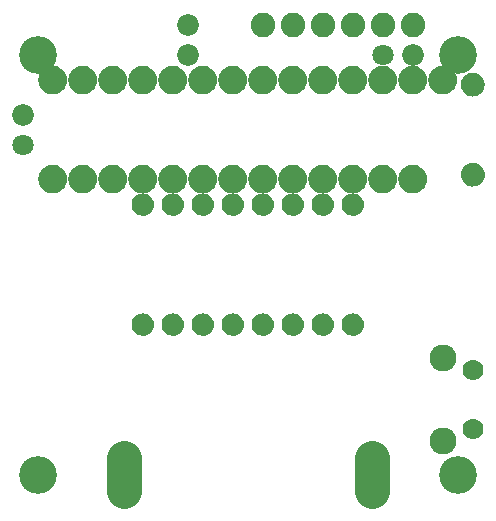
<source format=gbr>
G04 EAGLE Gerber RS-274X export*
G75*
%MOMM*%
%FSLAX34Y34*%
%LPD*%
%INSoldermask Bottom*%
%IPPOS*%
%AMOC8*
5,1,8,0,0,1.08239X$1,22.5*%
G01*
%ADD10C,3.203200*%
%ADD11C,2.082800*%
%ADD12C,1.796050*%
%ADD13C,1.831619*%
%ADD14C,1.849144*%
%ADD15C,2.286000*%
%ADD16C,1.778000*%
%ADD17C,2.984500*%

G36*
X382100Y360103D02*
X382100Y360103D01*
X382171Y360105D01*
X384245Y360493D01*
X384288Y360509D01*
X384357Y360525D01*
X386324Y361287D01*
X386364Y361311D01*
X386429Y361339D01*
X388222Y362449D01*
X388257Y362480D01*
X388315Y362520D01*
X389874Y363941D01*
X389902Y363978D01*
X389953Y364027D01*
X391224Y365711D01*
X391245Y365752D01*
X391286Y365810D01*
X392226Y367698D01*
X392239Y367743D01*
X392268Y367807D01*
X392845Y369836D01*
X392850Y369882D01*
X392867Y369951D01*
X393062Y372051D01*
X393058Y372098D01*
X393062Y372169D01*
X392867Y374269D01*
X392855Y374314D01*
X392845Y374384D01*
X392268Y376413D01*
X392248Y376454D01*
X392226Y376522D01*
X391286Y378410D01*
X391258Y378447D01*
X391224Y378509D01*
X389953Y380193D01*
X389919Y380224D01*
X389874Y380279D01*
X388315Y381700D01*
X388276Y381725D01*
X388222Y381771D01*
X386429Y382881D01*
X386385Y382898D01*
X386324Y382933D01*
X384357Y383695D01*
X384312Y383704D01*
X384245Y383727D01*
X382171Y384115D01*
X382125Y384115D01*
X382055Y384126D01*
X379945Y384126D01*
X379900Y384117D01*
X379829Y384115D01*
X377755Y383727D01*
X377712Y383711D01*
X377643Y383695D01*
X375676Y382933D01*
X375636Y382909D01*
X375571Y382881D01*
X373778Y381771D01*
X373744Y381740D01*
X373685Y381700D01*
X372126Y380279D01*
X372098Y380242D01*
X372047Y380193D01*
X370776Y378509D01*
X370755Y378468D01*
X370714Y378410D01*
X369774Y376522D01*
X369761Y376477D01*
X369732Y376413D01*
X369155Y374384D01*
X369150Y374338D01*
X369133Y374269D01*
X368938Y372169D01*
X368942Y372122D01*
X368938Y372051D01*
X369133Y369951D01*
X369145Y369906D01*
X369155Y369836D01*
X369732Y367807D01*
X369752Y367766D01*
X369774Y367698D01*
X370714Y365810D01*
X370742Y365773D01*
X370776Y365711D01*
X372047Y364027D01*
X372081Y363996D01*
X372126Y363941D01*
X373685Y362520D01*
X373724Y362495D01*
X373778Y362449D01*
X375571Y361339D01*
X375615Y361322D01*
X375676Y361287D01*
X377643Y360525D01*
X377688Y360516D01*
X377755Y360493D01*
X379829Y360105D01*
X379875Y360105D01*
X379945Y360095D01*
X382055Y360095D01*
X382100Y360103D01*
G37*
G36*
X356700Y360103D02*
X356700Y360103D01*
X356771Y360105D01*
X358845Y360493D01*
X358888Y360509D01*
X358957Y360525D01*
X360924Y361287D01*
X360964Y361311D01*
X361029Y361339D01*
X362822Y362449D01*
X362857Y362480D01*
X362915Y362520D01*
X364474Y363941D01*
X364502Y363978D01*
X364553Y364027D01*
X365824Y365711D01*
X365845Y365752D01*
X365886Y365810D01*
X366826Y367698D01*
X366839Y367743D01*
X366868Y367807D01*
X367445Y369836D01*
X367450Y369882D01*
X367467Y369951D01*
X367662Y372051D01*
X367658Y372098D01*
X367662Y372169D01*
X367467Y374269D01*
X367455Y374314D01*
X367445Y374384D01*
X366868Y376413D01*
X366848Y376454D01*
X366826Y376522D01*
X365886Y378410D01*
X365858Y378447D01*
X365824Y378509D01*
X364553Y380193D01*
X364519Y380224D01*
X364474Y380279D01*
X362915Y381700D01*
X362876Y381725D01*
X362822Y381771D01*
X361029Y382881D01*
X360985Y382898D01*
X360924Y382933D01*
X358957Y383695D01*
X358912Y383704D01*
X358845Y383727D01*
X356771Y384115D01*
X356725Y384115D01*
X356655Y384126D01*
X354545Y384126D01*
X354500Y384117D01*
X354429Y384115D01*
X352355Y383727D01*
X352312Y383711D01*
X352243Y383695D01*
X350276Y382933D01*
X350236Y382909D01*
X350171Y382881D01*
X348378Y381771D01*
X348344Y381740D01*
X348285Y381700D01*
X346726Y380279D01*
X346698Y380242D01*
X346647Y380193D01*
X345376Y378509D01*
X345355Y378468D01*
X345314Y378410D01*
X344374Y376522D01*
X344361Y376477D01*
X344332Y376413D01*
X343755Y374384D01*
X343750Y374338D01*
X343733Y374269D01*
X343538Y372169D01*
X343542Y372122D01*
X343538Y372051D01*
X343733Y369951D01*
X343745Y369906D01*
X343755Y369836D01*
X344332Y367807D01*
X344352Y367766D01*
X344374Y367698D01*
X345314Y365810D01*
X345342Y365773D01*
X345376Y365711D01*
X346647Y364027D01*
X346681Y363996D01*
X346726Y363941D01*
X348285Y362520D01*
X348324Y362495D01*
X348378Y362449D01*
X350171Y361339D01*
X350215Y361322D01*
X350276Y361287D01*
X352243Y360525D01*
X352288Y360516D01*
X352355Y360493D01*
X354429Y360105D01*
X354475Y360105D01*
X354545Y360095D01*
X356655Y360095D01*
X356700Y360103D01*
G37*
G36*
X331300Y360103D02*
X331300Y360103D01*
X331371Y360105D01*
X333445Y360493D01*
X333488Y360509D01*
X333557Y360525D01*
X335524Y361287D01*
X335564Y361311D01*
X335629Y361339D01*
X337422Y362449D01*
X337457Y362480D01*
X337515Y362520D01*
X339074Y363941D01*
X339102Y363978D01*
X339153Y364027D01*
X340424Y365711D01*
X340445Y365752D01*
X340486Y365810D01*
X341426Y367698D01*
X341439Y367743D01*
X341468Y367807D01*
X342045Y369836D01*
X342050Y369882D01*
X342067Y369951D01*
X342262Y372051D01*
X342258Y372098D01*
X342262Y372169D01*
X342067Y374269D01*
X342055Y374314D01*
X342045Y374384D01*
X341468Y376413D01*
X341448Y376454D01*
X341426Y376522D01*
X340486Y378410D01*
X340458Y378447D01*
X340424Y378509D01*
X339153Y380193D01*
X339119Y380224D01*
X339074Y380279D01*
X337515Y381700D01*
X337476Y381725D01*
X337422Y381771D01*
X335629Y382881D01*
X335585Y382898D01*
X335524Y382933D01*
X333557Y383695D01*
X333512Y383704D01*
X333445Y383727D01*
X331371Y384115D01*
X331325Y384115D01*
X331255Y384126D01*
X329145Y384126D01*
X329100Y384117D01*
X329029Y384115D01*
X326955Y383727D01*
X326912Y383711D01*
X326843Y383695D01*
X324876Y382933D01*
X324836Y382909D01*
X324771Y382881D01*
X322978Y381771D01*
X322944Y381740D01*
X322885Y381700D01*
X321326Y380279D01*
X321298Y380242D01*
X321247Y380193D01*
X319976Y378509D01*
X319955Y378468D01*
X319914Y378410D01*
X318974Y376522D01*
X318961Y376477D01*
X318932Y376413D01*
X318355Y374384D01*
X318350Y374338D01*
X318333Y374269D01*
X318138Y372169D01*
X318142Y372122D01*
X318138Y372051D01*
X318333Y369951D01*
X318345Y369906D01*
X318355Y369836D01*
X318932Y367807D01*
X318952Y367766D01*
X318974Y367698D01*
X319914Y365810D01*
X319942Y365773D01*
X319976Y365711D01*
X321247Y364027D01*
X321281Y363996D01*
X321326Y363941D01*
X322885Y362520D01*
X322924Y362495D01*
X322978Y362449D01*
X324771Y361339D01*
X324815Y361322D01*
X324876Y361287D01*
X326843Y360525D01*
X326888Y360516D01*
X326955Y360493D01*
X329029Y360105D01*
X329075Y360105D01*
X329145Y360095D01*
X331255Y360095D01*
X331300Y360103D01*
G37*
G36*
X305900Y360103D02*
X305900Y360103D01*
X305971Y360105D01*
X308045Y360493D01*
X308088Y360509D01*
X308157Y360525D01*
X310124Y361287D01*
X310164Y361311D01*
X310229Y361339D01*
X312022Y362449D01*
X312057Y362480D01*
X312115Y362520D01*
X313674Y363941D01*
X313702Y363978D01*
X313753Y364027D01*
X315024Y365711D01*
X315045Y365752D01*
X315086Y365810D01*
X316026Y367698D01*
X316039Y367743D01*
X316068Y367807D01*
X316645Y369836D01*
X316650Y369882D01*
X316667Y369951D01*
X316862Y372051D01*
X316858Y372098D01*
X316862Y372169D01*
X316667Y374269D01*
X316655Y374314D01*
X316645Y374384D01*
X316068Y376413D01*
X316048Y376454D01*
X316026Y376522D01*
X315086Y378410D01*
X315058Y378447D01*
X315024Y378509D01*
X313753Y380193D01*
X313719Y380224D01*
X313674Y380279D01*
X312115Y381700D01*
X312076Y381725D01*
X312022Y381771D01*
X310229Y382881D01*
X310185Y382898D01*
X310124Y382933D01*
X308157Y383695D01*
X308112Y383704D01*
X308045Y383727D01*
X305971Y384115D01*
X305925Y384115D01*
X305855Y384126D01*
X303745Y384126D01*
X303700Y384117D01*
X303629Y384115D01*
X301555Y383727D01*
X301512Y383711D01*
X301443Y383695D01*
X299476Y382933D01*
X299436Y382909D01*
X299371Y382881D01*
X297578Y381771D01*
X297544Y381740D01*
X297485Y381700D01*
X295926Y380279D01*
X295898Y380242D01*
X295847Y380193D01*
X294576Y378509D01*
X294555Y378468D01*
X294514Y378410D01*
X293574Y376522D01*
X293561Y376477D01*
X293532Y376413D01*
X292955Y374384D01*
X292950Y374338D01*
X292933Y374269D01*
X292738Y372169D01*
X292742Y372122D01*
X292738Y372051D01*
X292933Y369951D01*
X292945Y369906D01*
X292955Y369836D01*
X293532Y367807D01*
X293552Y367766D01*
X293574Y367698D01*
X294514Y365810D01*
X294542Y365773D01*
X294576Y365711D01*
X295847Y364027D01*
X295881Y363996D01*
X295926Y363941D01*
X297485Y362520D01*
X297524Y362495D01*
X297578Y362449D01*
X299371Y361339D01*
X299415Y361322D01*
X299476Y361287D01*
X301443Y360525D01*
X301488Y360516D01*
X301555Y360493D01*
X303629Y360105D01*
X303675Y360105D01*
X303745Y360095D01*
X305855Y360095D01*
X305900Y360103D01*
G37*
G36*
X280500Y360103D02*
X280500Y360103D01*
X280571Y360105D01*
X282645Y360493D01*
X282688Y360509D01*
X282757Y360525D01*
X284724Y361287D01*
X284764Y361311D01*
X284829Y361339D01*
X286622Y362449D01*
X286657Y362480D01*
X286715Y362520D01*
X288274Y363941D01*
X288302Y363978D01*
X288353Y364027D01*
X289624Y365711D01*
X289645Y365752D01*
X289686Y365810D01*
X290626Y367698D01*
X290639Y367743D01*
X290668Y367807D01*
X291245Y369836D01*
X291250Y369882D01*
X291267Y369951D01*
X291462Y372051D01*
X291458Y372098D01*
X291462Y372169D01*
X291267Y374269D01*
X291255Y374314D01*
X291245Y374384D01*
X290668Y376413D01*
X290648Y376454D01*
X290626Y376522D01*
X289686Y378410D01*
X289658Y378447D01*
X289624Y378509D01*
X288353Y380193D01*
X288319Y380224D01*
X288274Y380279D01*
X286715Y381700D01*
X286676Y381725D01*
X286622Y381771D01*
X284829Y382881D01*
X284785Y382898D01*
X284724Y382933D01*
X282757Y383695D01*
X282712Y383704D01*
X282645Y383727D01*
X280571Y384115D01*
X280525Y384115D01*
X280455Y384126D01*
X278345Y384126D01*
X278300Y384117D01*
X278229Y384115D01*
X276155Y383727D01*
X276112Y383711D01*
X276043Y383695D01*
X274076Y382933D01*
X274036Y382909D01*
X273971Y382881D01*
X272178Y381771D01*
X272144Y381740D01*
X272085Y381700D01*
X270526Y380279D01*
X270498Y380242D01*
X270447Y380193D01*
X269176Y378509D01*
X269155Y378468D01*
X269114Y378410D01*
X268174Y376522D01*
X268161Y376477D01*
X268132Y376413D01*
X267555Y374384D01*
X267550Y374338D01*
X267533Y374269D01*
X267338Y372169D01*
X267342Y372122D01*
X267338Y372051D01*
X267533Y369951D01*
X267545Y369906D01*
X267555Y369836D01*
X268132Y367807D01*
X268152Y367766D01*
X268174Y367698D01*
X269114Y365810D01*
X269142Y365773D01*
X269176Y365711D01*
X270447Y364027D01*
X270481Y363996D01*
X270526Y363941D01*
X272085Y362520D01*
X272124Y362495D01*
X272178Y362449D01*
X273971Y361339D01*
X274015Y361322D01*
X274076Y361287D01*
X276043Y360525D01*
X276088Y360516D01*
X276155Y360493D01*
X278229Y360105D01*
X278275Y360105D01*
X278345Y360095D01*
X280455Y360095D01*
X280500Y360103D01*
G37*
G36*
X255100Y360103D02*
X255100Y360103D01*
X255171Y360105D01*
X257245Y360493D01*
X257288Y360509D01*
X257357Y360525D01*
X259324Y361287D01*
X259364Y361311D01*
X259429Y361339D01*
X261222Y362449D01*
X261257Y362480D01*
X261315Y362520D01*
X262874Y363941D01*
X262902Y363978D01*
X262953Y364027D01*
X264224Y365711D01*
X264245Y365752D01*
X264286Y365810D01*
X265226Y367698D01*
X265239Y367743D01*
X265268Y367807D01*
X265845Y369836D01*
X265850Y369882D01*
X265867Y369951D01*
X266062Y372051D01*
X266058Y372098D01*
X266062Y372169D01*
X265867Y374269D01*
X265855Y374314D01*
X265845Y374384D01*
X265268Y376413D01*
X265248Y376454D01*
X265226Y376522D01*
X264286Y378410D01*
X264258Y378447D01*
X264224Y378509D01*
X262953Y380193D01*
X262919Y380224D01*
X262874Y380279D01*
X261315Y381700D01*
X261276Y381725D01*
X261222Y381771D01*
X259429Y382881D01*
X259385Y382898D01*
X259324Y382933D01*
X257357Y383695D01*
X257312Y383704D01*
X257245Y383727D01*
X255171Y384115D01*
X255125Y384115D01*
X255055Y384126D01*
X252945Y384126D01*
X252900Y384117D01*
X252829Y384115D01*
X250755Y383727D01*
X250712Y383711D01*
X250643Y383695D01*
X248676Y382933D01*
X248636Y382909D01*
X248571Y382881D01*
X246778Y381771D01*
X246744Y381740D01*
X246685Y381700D01*
X245126Y380279D01*
X245098Y380242D01*
X245047Y380193D01*
X243776Y378509D01*
X243755Y378468D01*
X243714Y378410D01*
X242774Y376522D01*
X242761Y376477D01*
X242732Y376413D01*
X242155Y374384D01*
X242150Y374338D01*
X242133Y374269D01*
X241938Y372169D01*
X241942Y372122D01*
X241938Y372051D01*
X242133Y369951D01*
X242145Y369906D01*
X242155Y369836D01*
X242732Y367807D01*
X242752Y367766D01*
X242774Y367698D01*
X243714Y365810D01*
X243742Y365773D01*
X243776Y365711D01*
X245047Y364027D01*
X245081Y363996D01*
X245126Y363941D01*
X246685Y362520D01*
X246724Y362495D01*
X246778Y362449D01*
X248571Y361339D01*
X248615Y361322D01*
X248676Y361287D01*
X250643Y360525D01*
X250688Y360516D01*
X250755Y360493D01*
X252829Y360105D01*
X252875Y360105D01*
X252945Y360095D01*
X255055Y360095D01*
X255100Y360103D01*
G37*
G36*
X229700Y360103D02*
X229700Y360103D01*
X229771Y360105D01*
X231845Y360493D01*
X231888Y360509D01*
X231957Y360525D01*
X233924Y361287D01*
X233964Y361311D01*
X234029Y361339D01*
X235822Y362449D01*
X235857Y362480D01*
X235915Y362520D01*
X237474Y363941D01*
X237502Y363978D01*
X237553Y364027D01*
X238824Y365711D01*
X238845Y365752D01*
X238886Y365810D01*
X239826Y367698D01*
X239839Y367743D01*
X239868Y367807D01*
X240445Y369836D01*
X240450Y369882D01*
X240467Y369951D01*
X240662Y372051D01*
X240658Y372098D01*
X240662Y372169D01*
X240467Y374269D01*
X240455Y374314D01*
X240445Y374384D01*
X239868Y376413D01*
X239848Y376454D01*
X239826Y376522D01*
X238886Y378410D01*
X238858Y378447D01*
X238824Y378509D01*
X237553Y380193D01*
X237519Y380224D01*
X237474Y380279D01*
X235915Y381700D01*
X235876Y381725D01*
X235822Y381771D01*
X234029Y382881D01*
X233985Y382898D01*
X233924Y382933D01*
X231957Y383695D01*
X231912Y383704D01*
X231845Y383727D01*
X229771Y384115D01*
X229725Y384115D01*
X229655Y384126D01*
X227545Y384126D01*
X227500Y384117D01*
X227429Y384115D01*
X225355Y383727D01*
X225312Y383711D01*
X225243Y383695D01*
X223276Y382933D01*
X223236Y382909D01*
X223171Y382881D01*
X221378Y381771D01*
X221344Y381740D01*
X221285Y381700D01*
X219726Y380279D01*
X219698Y380242D01*
X219647Y380193D01*
X218376Y378509D01*
X218355Y378468D01*
X218314Y378410D01*
X217374Y376522D01*
X217361Y376477D01*
X217332Y376413D01*
X216755Y374384D01*
X216750Y374338D01*
X216733Y374269D01*
X216538Y372169D01*
X216542Y372122D01*
X216538Y372051D01*
X216733Y369951D01*
X216745Y369906D01*
X216755Y369836D01*
X217332Y367807D01*
X217352Y367766D01*
X217374Y367698D01*
X218314Y365810D01*
X218342Y365773D01*
X218376Y365711D01*
X219647Y364027D01*
X219681Y363996D01*
X219726Y363941D01*
X221285Y362520D01*
X221324Y362495D01*
X221378Y362449D01*
X223171Y361339D01*
X223215Y361322D01*
X223276Y361287D01*
X225243Y360525D01*
X225288Y360516D01*
X225355Y360493D01*
X227429Y360105D01*
X227475Y360105D01*
X227545Y360095D01*
X229655Y360095D01*
X229700Y360103D01*
G37*
G36*
X204300Y360103D02*
X204300Y360103D01*
X204371Y360105D01*
X206445Y360493D01*
X206488Y360509D01*
X206557Y360525D01*
X208524Y361287D01*
X208564Y361311D01*
X208629Y361339D01*
X210422Y362449D01*
X210457Y362480D01*
X210515Y362520D01*
X212074Y363941D01*
X212102Y363978D01*
X212153Y364027D01*
X213424Y365711D01*
X213445Y365752D01*
X213486Y365810D01*
X214426Y367698D01*
X214439Y367743D01*
X214468Y367807D01*
X215045Y369836D01*
X215050Y369882D01*
X215067Y369951D01*
X215262Y372051D01*
X215258Y372098D01*
X215262Y372169D01*
X215067Y374269D01*
X215055Y374314D01*
X215045Y374384D01*
X214468Y376413D01*
X214448Y376454D01*
X214426Y376522D01*
X213486Y378410D01*
X213458Y378447D01*
X213424Y378509D01*
X212153Y380193D01*
X212119Y380224D01*
X212074Y380279D01*
X210515Y381700D01*
X210476Y381725D01*
X210422Y381771D01*
X208629Y382881D01*
X208585Y382898D01*
X208524Y382933D01*
X206557Y383695D01*
X206512Y383704D01*
X206445Y383727D01*
X204371Y384115D01*
X204325Y384115D01*
X204255Y384126D01*
X202145Y384126D01*
X202100Y384117D01*
X202029Y384115D01*
X199955Y383727D01*
X199912Y383711D01*
X199843Y383695D01*
X197876Y382933D01*
X197836Y382909D01*
X197771Y382881D01*
X195978Y381771D01*
X195944Y381740D01*
X195885Y381700D01*
X194326Y380279D01*
X194298Y380242D01*
X194247Y380193D01*
X192976Y378509D01*
X192955Y378468D01*
X192914Y378410D01*
X191974Y376522D01*
X191961Y376477D01*
X191932Y376413D01*
X191355Y374384D01*
X191350Y374338D01*
X191333Y374269D01*
X191138Y372169D01*
X191142Y372122D01*
X191138Y372051D01*
X191333Y369951D01*
X191345Y369906D01*
X191355Y369836D01*
X191932Y367807D01*
X191952Y367766D01*
X191974Y367698D01*
X192914Y365810D01*
X192942Y365773D01*
X192976Y365711D01*
X194247Y364027D01*
X194281Y363996D01*
X194326Y363941D01*
X195885Y362520D01*
X195924Y362495D01*
X195978Y362449D01*
X197771Y361339D01*
X197815Y361322D01*
X197876Y361287D01*
X199843Y360525D01*
X199888Y360516D01*
X199955Y360493D01*
X202029Y360105D01*
X202075Y360105D01*
X202145Y360095D01*
X204255Y360095D01*
X204300Y360103D01*
G37*
G36*
X178900Y360103D02*
X178900Y360103D01*
X178971Y360105D01*
X181045Y360493D01*
X181088Y360509D01*
X181157Y360525D01*
X183124Y361287D01*
X183164Y361311D01*
X183229Y361339D01*
X185022Y362449D01*
X185057Y362480D01*
X185115Y362520D01*
X186674Y363941D01*
X186702Y363978D01*
X186753Y364027D01*
X188024Y365711D01*
X188045Y365752D01*
X188086Y365810D01*
X189026Y367698D01*
X189039Y367743D01*
X189068Y367807D01*
X189645Y369836D01*
X189650Y369882D01*
X189667Y369951D01*
X189862Y372051D01*
X189858Y372098D01*
X189862Y372169D01*
X189667Y374269D01*
X189655Y374314D01*
X189645Y374384D01*
X189068Y376413D01*
X189048Y376454D01*
X189026Y376522D01*
X188086Y378410D01*
X188058Y378447D01*
X188024Y378509D01*
X186753Y380193D01*
X186719Y380224D01*
X186674Y380279D01*
X185115Y381700D01*
X185076Y381725D01*
X185022Y381771D01*
X183229Y382881D01*
X183185Y382898D01*
X183124Y382933D01*
X181157Y383695D01*
X181112Y383704D01*
X181045Y383727D01*
X178971Y384115D01*
X178925Y384115D01*
X178855Y384126D01*
X176745Y384126D01*
X176700Y384117D01*
X176629Y384115D01*
X174555Y383727D01*
X174512Y383711D01*
X174443Y383695D01*
X172476Y382933D01*
X172436Y382909D01*
X172371Y382881D01*
X170578Y381771D01*
X170544Y381740D01*
X170485Y381700D01*
X168926Y380279D01*
X168898Y380242D01*
X168847Y380193D01*
X167576Y378509D01*
X167555Y378468D01*
X167514Y378410D01*
X166574Y376522D01*
X166561Y376477D01*
X166532Y376413D01*
X165955Y374384D01*
X165950Y374338D01*
X165933Y374269D01*
X165738Y372169D01*
X165742Y372122D01*
X165738Y372051D01*
X165933Y369951D01*
X165945Y369906D01*
X165955Y369836D01*
X166532Y367807D01*
X166552Y367766D01*
X166574Y367698D01*
X167514Y365810D01*
X167542Y365773D01*
X167576Y365711D01*
X168847Y364027D01*
X168881Y363996D01*
X168926Y363941D01*
X170485Y362520D01*
X170524Y362495D01*
X170578Y362449D01*
X172371Y361339D01*
X172415Y361322D01*
X172476Y361287D01*
X174443Y360525D01*
X174488Y360516D01*
X174555Y360493D01*
X176629Y360105D01*
X176675Y360105D01*
X176745Y360095D01*
X178855Y360095D01*
X178900Y360103D01*
G37*
G36*
X153500Y360103D02*
X153500Y360103D01*
X153571Y360105D01*
X155645Y360493D01*
X155688Y360509D01*
X155757Y360525D01*
X157724Y361287D01*
X157764Y361311D01*
X157829Y361339D01*
X159622Y362449D01*
X159657Y362480D01*
X159715Y362520D01*
X161274Y363941D01*
X161302Y363978D01*
X161353Y364027D01*
X162624Y365711D01*
X162645Y365752D01*
X162686Y365810D01*
X163626Y367698D01*
X163639Y367743D01*
X163668Y367807D01*
X164245Y369836D01*
X164250Y369882D01*
X164267Y369951D01*
X164462Y372051D01*
X164458Y372098D01*
X164462Y372169D01*
X164267Y374269D01*
X164255Y374314D01*
X164245Y374384D01*
X163668Y376413D01*
X163648Y376454D01*
X163626Y376522D01*
X162686Y378410D01*
X162658Y378447D01*
X162624Y378509D01*
X161353Y380193D01*
X161319Y380224D01*
X161274Y380279D01*
X159715Y381700D01*
X159676Y381725D01*
X159622Y381771D01*
X157829Y382881D01*
X157785Y382898D01*
X157724Y382933D01*
X155757Y383695D01*
X155712Y383704D01*
X155645Y383727D01*
X153571Y384115D01*
X153525Y384115D01*
X153455Y384126D01*
X151345Y384126D01*
X151300Y384117D01*
X151229Y384115D01*
X149155Y383727D01*
X149112Y383711D01*
X149043Y383695D01*
X147076Y382933D01*
X147036Y382909D01*
X146971Y382881D01*
X145178Y381771D01*
X145144Y381740D01*
X145085Y381700D01*
X143526Y380279D01*
X143498Y380242D01*
X143447Y380193D01*
X142176Y378509D01*
X142155Y378468D01*
X142114Y378410D01*
X141174Y376522D01*
X141161Y376477D01*
X141132Y376413D01*
X140555Y374384D01*
X140550Y374338D01*
X140533Y374269D01*
X140338Y372169D01*
X140342Y372122D01*
X140338Y372051D01*
X140533Y369951D01*
X140545Y369906D01*
X140555Y369836D01*
X141132Y367807D01*
X141152Y367766D01*
X141174Y367698D01*
X142114Y365810D01*
X142142Y365773D01*
X142176Y365711D01*
X143447Y364027D01*
X143481Y363996D01*
X143526Y363941D01*
X145085Y362520D01*
X145124Y362495D01*
X145178Y362449D01*
X146971Y361339D01*
X147015Y361322D01*
X147076Y361287D01*
X149043Y360525D01*
X149088Y360516D01*
X149155Y360493D01*
X151229Y360105D01*
X151275Y360105D01*
X151345Y360095D01*
X153455Y360095D01*
X153500Y360103D01*
G37*
G36*
X128100Y360103D02*
X128100Y360103D01*
X128171Y360105D01*
X130245Y360493D01*
X130288Y360509D01*
X130357Y360525D01*
X132324Y361287D01*
X132364Y361311D01*
X132429Y361339D01*
X134222Y362449D01*
X134257Y362480D01*
X134315Y362520D01*
X135874Y363941D01*
X135902Y363978D01*
X135953Y364027D01*
X137224Y365711D01*
X137245Y365752D01*
X137286Y365810D01*
X138226Y367698D01*
X138239Y367743D01*
X138268Y367807D01*
X138845Y369836D01*
X138850Y369882D01*
X138867Y369951D01*
X139062Y372051D01*
X139058Y372098D01*
X139062Y372169D01*
X138867Y374269D01*
X138855Y374314D01*
X138845Y374384D01*
X138268Y376413D01*
X138248Y376454D01*
X138226Y376522D01*
X137286Y378410D01*
X137258Y378447D01*
X137224Y378509D01*
X135953Y380193D01*
X135919Y380224D01*
X135874Y380279D01*
X134315Y381700D01*
X134276Y381725D01*
X134222Y381771D01*
X132429Y382881D01*
X132385Y382898D01*
X132324Y382933D01*
X130357Y383695D01*
X130312Y383704D01*
X130245Y383727D01*
X128171Y384115D01*
X128125Y384115D01*
X128055Y384126D01*
X125945Y384126D01*
X125900Y384117D01*
X125829Y384115D01*
X123755Y383727D01*
X123712Y383711D01*
X123643Y383695D01*
X121676Y382933D01*
X121636Y382909D01*
X121571Y382881D01*
X119778Y381771D01*
X119744Y381740D01*
X119685Y381700D01*
X118126Y380279D01*
X118098Y380242D01*
X118047Y380193D01*
X116776Y378509D01*
X116755Y378468D01*
X116714Y378410D01*
X115774Y376522D01*
X115761Y376477D01*
X115732Y376413D01*
X115155Y374384D01*
X115150Y374338D01*
X115133Y374269D01*
X114938Y372169D01*
X114942Y372122D01*
X114938Y372051D01*
X115133Y369951D01*
X115145Y369906D01*
X115155Y369836D01*
X115732Y367807D01*
X115752Y367766D01*
X115774Y367698D01*
X116714Y365810D01*
X116742Y365773D01*
X116776Y365711D01*
X118047Y364027D01*
X118081Y363996D01*
X118126Y363941D01*
X119685Y362520D01*
X119724Y362495D01*
X119778Y362449D01*
X121571Y361339D01*
X121615Y361322D01*
X121676Y361287D01*
X123643Y360525D01*
X123688Y360516D01*
X123755Y360493D01*
X125829Y360105D01*
X125875Y360105D01*
X125945Y360095D01*
X128055Y360095D01*
X128100Y360103D01*
G37*
G36*
X102700Y360103D02*
X102700Y360103D01*
X102771Y360105D01*
X104845Y360493D01*
X104888Y360509D01*
X104957Y360525D01*
X106924Y361287D01*
X106964Y361311D01*
X107029Y361339D01*
X108822Y362449D01*
X108857Y362480D01*
X108915Y362520D01*
X110474Y363941D01*
X110502Y363978D01*
X110553Y364027D01*
X111824Y365711D01*
X111845Y365752D01*
X111886Y365810D01*
X112826Y367698D01*
X112839Y367743D01*
X112868Y367807D01*
X113445Y369836D01*
X113450Y369882D01*
X113467Y369951D01*
X113662Y372051D01*
X113658Y372098D01*
X113662Y372169D01*
X113467Y374269D01*
X113455Y374314D01*
X113445Y374384D01*
X112868Y376413D01*
X112848Y376454D01*
X112826Y376522D01*
X111886Y378410D01*
X111858Y378447D01*
X111824Y378509D01*
X110553Y380193D01*
X110519Y380224D01*
X110474Y380279D01*
X108915Y381700D01*
X108876Y381725D01*
X108822Y381771D01*
X107029Y382881D01*
X106985Y382898D01*
X106924Y382933D01*
X104957Y383695D01*
X104912Y383704D01*
X104845Y383727D01*
X102771Y384115D01*
X102725Y384115D01*
X102655Y384126D01*
X100545Y384126D01*
X100500Y384117D01*
X100429Y384115D01*
X98355Y383727D01*
X98312Y383711D01*
X98243Y383695D01*
X96276Y382933D01*
X96236Y382909D01*
X96171Y382881D01*
X94378Y381771D01*
X94344Y381740D01*
X94285Y381700D01*
X92726Y380279D01*
X92698Y380242D01*
X92647Y380193D01*
X91376Y378509D01*
X91355Y378468D01*
X91314Y378410D01*
X90374Y376522D01*
X90361Y376477D01*
X90332Y376413D01*
X89755Y374384D01*
X89750Y374338D01*
X89733Y374269D01*
X89538Y372169D01*
X89542Y372122D01*
X89538Y372051D01*
X89733Y369951D01*
X89745Y369906D01*
X89755Y369836D01*
X90332Y367807D01*
X90352Y367766D01*
X90374Y367698D01*
X91314Y365810D01*
X91342Y365773D01*
X91376Y365711D01*
X92647Y364027D01*
X92681Y363996D01*
X92726Y363941D01*
X94285Y362520D01*
X94324Y362495D01*
X94378Y362449D01*
X96171Y361339D01*
X96215Y361322D01*
X96276Y361287D01*
X98243Y360525D01*
X98288Y360516D01*
X98355Y360493D01*
X100429Y360105D01*
X100475Y360105D01*
X100545Y360095D01*
X102655Y360095D01*
X102700Y360103D01*
G37*
G36*
X77300Y360103D02*
X77300Y360103D01*
X77371Y360105D01*
X79445Y360493D01*
X79488Y360509D01*
X79557Y360525D01*
X81524Y361287D01*
X81564Y361311D01*
X81629Y361339D01*
X83422Y362449D01*
X83457Y362480D01*
X83515Y362520D01*
X85074Y363941D01*
X85102Y363978D01*
X85153Y364027D01*
X86424Y365711D01*
X86445Y365752D01*
X86486Y365810D01*
X87426Y367698D01*
X87439Y367743D01*
X87468Y367807D01*
X88045Y369836D01*
X88050Y369882D01*
X88067Y369951D01*
X88262Y372051D01*
X88258Y372098D01*
X88262Y372169D01*
X88067Y374269D01*
X88055Y374314D01*
X88045Y374384D01*
X87468Y376413D01*
X87448Y376454D01*
X87426Y376522D01*
X86486Y378410D01*
X86458Y378447D01*
X86424Y378509D01*
X85153Y380193D01*
X85119Y380224D01*
X85074Y380279D01*
X83515Y381700D01*
X83476Y381725D01*
X83422Y381771D01*
X81629Y382881D01*
X81585Y382898D01*
X81524Y382933D01*
X79557Y383695D01*
X79512Y383704D01*
X79445Y383727D01*
X77371Y384115D01*
X77325Y384115D01*
X77255Y384126D01*
X75145Y384126D01*
X75100Y384117D01*
X75029Y384115D01*
X72955Y383727D01*
X72912Y383711D01*
X72843Y383695D01*
X70876Y382933D01*
X70836Y382909D01*
X70771Y382881D01*
X68978Y381771D01*
X68944Y381740D01*
X68885Y381700D01*
X67326Y380279D01*
X67298Y380242D01*
X67247Y380193D01*
X65976Y378509D01*
X65955Y378468D01*
X65914Y378410D01*
X64974Y376522D01*
X64961Y376477D01*
X64932Y376413D01*
X64355Y374384D01*
X64350Y374338D01*
X64333Y374269D01*
X64138Y372169D01*
X64142Y372122D01*
X64138Y372051D01*
X64333Y369951D01*
X64345Y369906D01*
X64355Y369836D01*
X64932Y367807D01*
X64952Y367766D01*
X64974Y367698D01*
X65914Y365810D01*
X65942Y365773D01*
X65976Y365711D01*
X67247Y364027D01*
X67281Y363996D01*
X67326Y363941D01*
X68885Y362520D01*
X68924Y362495D01*
X68978Y362449D01*
X70771Y361339D01*
X70815Y361322D01*
X70876Y361287D01*
X72843Y360525D01*
X72888Y360516D01*
X72955Y360493D01*
X75029Y360105D01*
X75075Y360105D01*
X75145Y360095D01*
X77255Y360095D01*
X77300Y360103D01*
G37*
G36*
X51900Y360103D02*
X51900Y360103D01*
X51971Y360105D01*
X54045Y360493D01*
X54088Y360509D01*
X54157Y360525D01*
X56124Y361287D01*
X56164Y361311D01*
X56229Y361339D01*
X58022Y362449D01*
X58057Y362480D01*
X58115Y362520D01*
X59674Y363941D01*
X59702Y363978D01*
X59753Y364027D01*
X61024Y365711D01*
X61045Y365752D01*
X61086Y365810D01*
X62026Y367698D01*
X62039Y367743D01*
X62068Y367807D01*
X62645Y369836D01*
X62650Y369882D01*
X62667Y369951D01*
X62862Y372051D01*
X62858Y372098D01*
X62862Y372169D01*
X62667Y374269D01*
X62655Y374314D01*
X62645Y374384D01*
X62068Y376413D01*
X62048Y376454D01*
X62026Y376522D01*
X61086Y378410D01*
X61058Y378447D01*
X61024Y378509D01*
X59753Y380193D01*
X59719Y380224D01*
X59674Y380279D01*
X58115Y381700D01*
X58076Y381725D01*
X58022Y381771D01*
X56229Y382881D01*
X56185Y382898D01*
X56124Y382933D01*
X54157Y383695D01*
X54112Y383704D01*
X54045Y383727D01*
X51971Y384115D01*
X51925Y384115D01*
X51855Y384126D01*
X49745Y384126D01*
X49700Y384117D01*
X49629Y384115D01*
X47555Y383727D01*
X47512Y383711D01*
X47443Y383695D01*
X45476Y382933D01*
X45436Y382909D01*
X45371Y382881D01*
X43578Y381771D01*
X43544Y381740D01*
X43485Y381700D01*
X41926Y380279D01*
X41898Y380242D01*
X41847Y380193D01*
X40576Y378509D01*
X40555Y378468D01*
X40514Y378410D01*
X39574Y376522D01*
X39561Y376477D01*
X39532Y376413D01*
X38955Y374384D01*
X38950Y374338D01*
X38933Y374269D01*
X38738Y372169D01*
X38742Y372122D01*
X38738Y372051D01*
X38933Y369951D01*
X38945Y369906D01*
X38955Y369836D01*
X39532Y367807D01*
X39552Y367766D01*
X39574Y367698D01*
X40514Y365810D01*
X40542Y365773D01*
X40576Y365711D01*
X41847Y364027D01*
X41881Y363996D01*
X41926Y363941D01*
X43485Y362520D01*
X43524Y362495D01*
X43578Y362449D01*
X45371Y361339D01*
X45415Y361322D01*
X45476Y361287D01*
X47443Y360525D01*
X47488Y360516D01*
X47555Y360493D01*
X49629Y360105D01*
X49675Y360105D01*
X49745Y360095D01*
X51855Y360095D01*
X51900Y360103D01*
G37*
G36*
X280500Y276283D02*
X280500Y276283D01*
X280571Y276285D01*
X282645Y276673D01*
X282688Y276689D01*
X282757Y276705D01*
X284724Y277467D01*
X284764Y277491D01*
X284829Y277519D01*
X286622Y278629D01*
X286657Y278660D01*
X286715Y278700D01*
X288274Y280121D01*
X288302Y280158D01*
X288353Y280207D01*
X289624Y281891D01*
X289645Y281932D01*
X289686Y281990D01*
X290626Y283878D01*
X290639Y283923D01*
X290668Y283987D01*
X291245Y286016D01*
X291250Y286062D01*
X291267Y286131D01*
X291462Y288231D01*
X291458Y288278D01*
X291462Y288349D01*
X291267Y290449D01*
X291255Y290494D01*
X291245Y290564D01*
X290668Y292593D01*
X290648Y292634D01*
X290626Y292702D01*
X289686Y294590D01*
X289658Y294627D01*
X289624Y294689D01*
X288353Y296373D01*
X288319Y296404D01*
X288274Y296459D01*
X286715Y297880D01*
X286676Y297905D01*
X286622Y297951D01*
X284829Y299061D01*
X284785Y299078D01*
X284724Y299113D01*
X282757Y299875D01*
X282712Y299884D01*
X282645Y299907D01*
X280571Y300295D01*
X280525Y300295D01*
X280455Y300306D01*
X278345Y300306D01*
X278300Y300297D01*
X278229Y300295D01*
X276155Y299907D01*
X276112Y299891D01*
X276043Y299875D01*
X274076Y299113D01*
X274036Y299089D01*
X273971Y299061D01*
X272178Y297951D01*
X272144Y297920D01*
X272085Y297880D01*
X270526Y296459D01*
X270498Y296422D01*
X270447Y296373D01*
X269176Y294689D01*
X269155Y294648D01*
X269114Y294590D01*
X268174Y292702D01*
X268161Y292657D01*
X268132Y292593D01*
X267555Y290564D01*
X267550Y290518D01*
X267533Y290449D01*
X267338Y288349D01*
X267342Y288302D01*
X267338Y288231D01*
X267533Y286131D01*
X267545Y286086D01*
X267555Y286016D01*
X268132Y283987D01*
X268152Y283946D01*
X268174Y283878D01*
X269114Y281990D01*
X269142Y281953D01*
X269176Y281891D01*
X270447Y280207D01*
X270481Y280176D01*
X270526Y280121D01*
X272085Y278700D01*
X272124Y278675D01*
X272178Y278629D01*
X273971Y277519D01*
X274015Y277502D01*
X274076Y277467D01*
X276043Y276705D01*
X276088Y276696D01*
X276155Y276673D01*
X278229Y276285D01*
X278275Y276285D01*
X278345Y276275D01*
X280455Y276275D01*
X280500Y276283D01*
G37*
G36*
X331300Y276283D02*
X331300Y276283D01*
X331371Y276285D01*
X333445Y276673D01*
X333488Y276689D01*
X333557Y276705D01*
X335524Y277467D01*
X335564Y277491D01*
X335629Y277519D01*
X337422Y278629D01*
X337457Y278660D01*
X337515Y278700D01*
X339074Y280121D01*
X339102Y280158D01*
X339153Y280207D01*
X340424Y281891D01*
X340445Y281932D01*
X340486Y281990D01*
X341426Y283878D01*
X341439Y283923D01*
X341468Y283987D01*
X342045Y286016D01*
X342050Y286062D01*
X342067Y286131D01*
X342262Y288231D01*
X342258Y288278D01*
X342262Y288349D01*
X342067Y290449D01*
X342055Y290494D01*
X342045Y290564D01*
X341468Y292593D01*
X341448Y292634D01*
X341426Y292702D01*
X340486Y294590D01*
X340458Y294627D01*
X340424Y294689D01*
X339153Y296373D01*
X339119Y296404D01*
X339074Y296459D01*
X337515Y297880D01*
X337476Y297905D01*
X337422Y297951D01*
X335629Y299061D01*
X335585Y299078D01*
X335524Y299113D01*
X333557Y299875D01*
X333512Y299884D01*
X333445Y299907D01*
X331371Y300295D01*
X331325Y300295D01*
X331255Y300306D01*
X329145Y300306D01*
X329100Y300297D01*
X329029Y300295D01*
X326955Y299907D01*
X326912Y299891D01*
X326843Y299875D01*
X324876Y299113D01*
X324836Y299089D01*
X324771Y299061D01*
X322978Y297951D01*
X322944Y297920D01*
X322885Y297880D01*
X321326Y296459D01*
X321298Y296422D01*
X321247Y296373D01*
X319976Y294689D01*
X319955Y294648D01*
X319914Y294590D01*
X318974Y292702D01*
X318961Y292657D01*
X318932Y292593D01*
X318355Y290564D01*
X318350Y290518D01*
X318333Y290449D01*
X318138Y288349D01*
X318142Y288302D01*
X318138Y288231D01*
X318333Y286131D01*
X318345Y286086D01*
X318355Y286016D01*
X318932Y283987D01*
X318952Y283946D01*
X318974Y283878D01*
X319914Y281990D01*
X319942Y281953D01*
X319976Y281891D01*
X321247Y280207D01*
X321281Y280176D01*
X321326Y280121D01*
X322885Y278700D01*
X322924Y278675D01*
X322978Y278629D01*
X324771Y277519D01*
X324815Y277502D01*
X324876Y277467D01*
X326843Y276705D01*
X326888Y276696D01*
X326955Y276673D01*
X329029Y276285D01*
X329075Y276285D01*
X329145Y276275D01*
X331255Y276275D01*
X331300Y276283D01*
G37*
G36*
X356700Y276283D02*
X356700Y276283D01*
X356771Y276285D01*
X358845Y276673D01*
X358888Y276689D01*
X358957Y276705D01*
X360924Y277467D01*
X360964Y277491D01*
X361029Y277519D01*
X362822Y278629D01*
X362857Y278660D01*
X362915Y278700D01*
X364474Y280121D01*
X364502Y280158D01*
X364553Y280207D01*
X365824Y281891D01*
X365845Y281932D01*
X365886Y281990D01*
X366826Y283878D01*
X366839Y283923D01*
X366868Y283987D01*
X367445Y286016D01*
X367450Y286062D01*
X367467Y286131D01*
X367662Y288231D01*
X367658Y288278D01*
X367662Y288349D01*
X367467Y290449D01*
X367455Y290494D01*
X367445Y290564D01*
X366868Y292593D01*
X366848Y292634D01*
X366826Y292702D01*
X365886Y294590D01*
X365858Y294627D01*
X365824Y294689D01*
X364553Y296373D01*
X364519Y296404D01*
X364474Y296459D01*
X362915Y297880D01*
X362876Y297905D01*
X362822Y297951D01*
X361029Y299061D01*
X360985Y299078D01*
X360924Y299113D01*
X358957Y299875D01*
X358912Y299884D01*
X358845Y299907D01*
X356771Y300295D01*
X356725Y300295D01*
X356655Y300306D01*
X354545Y300306D01*
X354500Y300297D01*
X354429Y300295D01*
X352355Y299907D01*
X352312Y299891D01*
X352243Y299875D01*
X350276Y299113D01*
X350236Y299089D01*
X350171Y299061D01*
X348378Y297951D01*
X348344Y297920D01*
X348285Y297880D01*
X346726Y296459D01*
X346698Y296422D01*
X346647Y296373D01*
X345376Y294689D01*
X345355Y294648D01*
X345314Y294590D01*
X344374Y292702D01*
X344361Y292657D01*
X344332Y292593D01*
X343755Y290564D01*
X343750Y290518D01*
X343733Y290449D01*
X343538Y288349D01*
X343542Y288302D01*
X343538Y288231D01*
X343733Y286131D01*
X343745Y286086D01*
X343755Y286016D01*
X344332Y283987D01*
X344352Y283946D01*
X344374Y283878D01*
X345314Y281990D01*
X345342Y281953D01*
X345376Y281891D01*
X346647Y280207D01*
X346681Y280176D01*
X346726Y280121D01*
X348285Y278700D01*
X348324Y278675D01*
X348378Y278629D01*
X350171Y277519D01*
X350215Y277502D01*
X350276Y277467D01*
X352243Y276705D01*
X352288Y276696D01*
X352355Y276673D01*
X354429Y276285D01*
X354475Y276285D01*
X354545Y276275D01*
X356655Y276275D01*
X356700Y276283D01*
G37*
G36*
X305900Y276283D02*
X305900Y276283D01*
X305971Y276285D01*
X308045Y276673D01*
X308088Y276689D01*
X308157Y276705D01*
X310124Y277467D01*
X310164Y277491D01*
X310229Y277519D01*
X312022Y278629D01*
X312057Y278660D01*
X312115Y278700D01*
X313674Y280121D01*
X313702Y280158D01*
X313753Y280207D01*
X315024Y281891D01*
X315045Y281932D01*
X315086Y281990D01*
X316026Y283878D01*
X316039Y283923D01*
X316068Y283987D01*
X316645Y286016D01*
X316650Y286062D01*
X316667Y286131D01*
X316862Y288231D01*
X316858Y288278D01*
X316862Y288349D01*
X316667Y290449D01*
X316655Y290494D01*
X316645Y290564D01*
X316068Y292593D01*
X316048Y292634D01*
X316026Y292702D01*
X315086Y294590D01*
X315058Y294627D01*
X315024Y294689D01*
X313753Y296373D01*
X313719Y296404D01*
X313674Y296459D01*
X312115Y297880D01*
X312076Y297905D01*
X312022Y297951D01*
X310229Y299061D01*
X310185Y299078D01*
X310124Y299113D01*
X308157Y299875D01*
X308112Y299884D01*
X308045Y299907D01*
X305971Y300295D01*
X305925Y300295D01*
X305855Y300306D01*
X303745Y300306D01*
X303700Y300297D01*
X303629Y300295D01*
X301555Y299907D01*
X301512Y299891D01*
X301443Y299875D01*
X299476Y299113D01*
X299436Y299089D01*
X299371Y299061D01*
X297578Y297951D01*
X297544Y297920D01*
X297485Y297880D01*
X295926Y296459D01*
X295898Y296422D01*
X295847Y296373D01*
X294576Y294689D01*
X294555Y294648D01*
X294514Y294590D01*
X293574Y292702D01*
X293561Y292657D01*
X293532Y292593D01*
X292955Y290564D01*
X292950Y290518D01*
X292933Y290449D01*
X292738Y288349D01*
X292742Y288302D01*
X292738Y288231D01*
X292933Y286131D01*
X292945Y286086D01*
X292955Y286016D01*
X293532Y283987D01*
X293552Y283946D01*
X293574Y283878D01*
X294514Y281990D01*
X294542Y281953D01*
X294576Y281891D01*
X295847Y280207D01*
X295881Y280176D01*
X295926Y280121D01*
X297485Y278700D01*
X297524Y278675D01*
X297578Y278629D01*
X299371Y277519D01*
X299415Y277502D01*
X299476Y277467D01*
X301443Y276705D01*
X301488Y276696D01*
X301555Y276673D01*
X303629Y276285D01*
X303675Y276285D01*
X303745Y276275D01*
X305855Y276275D01*
X305900Y276283D01*
G37*
G36*
X229700Y276283D02*
X229700Y276283D01*
X229771Y276285D01*
X231845Y276673D01*
X231888Y276689D01*
X231957Y276705D01*
X233924Y277467D01*
X233964Y277491D01*
X234029Y277519D01*
X235822Y278629D01*
X235857Y278660D01*
X235915Y278700D01*
X237474Y280121D01*
X237502Y280158D01*
X237553Y280207D01*
X238824Y281891D01*
X238845Y281932D01*
X238886Y281990D01*
X239826Y283878D01*
X239839Y283923D01*
X239868Y283987D01*
X240445Y286016D01*
X240450Y286062D01*
X240467Y286131D01*
X240662Y288231D01*
X240658Y288278D01*
X240662Y288349D01*
X240467Y290449D01*
X240455Y290494D01*
X240445Y290564D01*
X239868Y292593D01*
X239848Y292634D01*
X239826Y292702D01*
X238886Y294590D01*
X238858Y294627D01*
X238824Y294689D01*
X237553Y296373D01*
X237519Y296404D01*
X237474Y296459D01*
X235915Y297880D01*
X235876Y297905D01*
X235822Y297951D01*
X234029Y299061D01*
X233985Y299078D01*
X233924Y299113D01*
X231957Y299875D01*
X231912Y299884D01*
X231845Y299907D01*
X229771Y300295D01*
X229725Y300295D01*
X229655Y300306D01*
X227545Y300306D01*
X227500Y300297D01*
X227429Y300295D01*
X225355Y299907D01*
X225312Y299891D01*
X225243Y299875D01*
X223276Y299113D01*
X223236Y299089D01*
X223171Y299061D01*
X221378Y297951D01*
X221344Y297920D01*
X221285Y297880D01*
X219726Y296459D01*
X219698Y296422D01*
X219647Y296373D01*
X218376Y294689D01*
X218355Y294648D01*
X218314Y294590D01*
X217374Y292702D01*
X217361Y292657D01*
X217332Y292593D01*
X216755Y290564D01*
X216750Y290518D01*
X216733Y290449D01*
X216538Y288349D01*
X216542Y288302D01*
X216538Y288231D01*
X216733Y286131D01*
X216745Y286086D01*
X216755Y286016D01*
X217332Y283987D01*
X217352Y283946D01*
X217374Y283878D01*
X218314Y281990D01*
X218342Y281953D01*
X218376Y281891D01*
X219647Y280207D01*
X219681Y280176D01*
X219726Y280121D01*
X221285Y278700D01*
X221324Y278675D01*
X221378Y278629D01*
X223171Y277519D01*
X223215Y277502D01*
X223276Y277467D01*
X225243Y276705D01*
X225288Y276696D01*
X225355Y276673D01*
X227429Y276285D01*
X227475Y276285D01*
X227545Y276275D01*
X229655Y276275D01*
X229700Y276283D01*
G37*
G36*
X204300Y276283D02*
X204300Y276283D01*
X204371Y276285D01*
X206445Y276673D01*
X206488Y276689D01*
X206557Y276705D01*
X208524Y277467D01*
X208564Y277491D01*
X208629Y277519D01*
X210422Y278629D01*
X210457Y278660D01*
X210515Y278700D01*
X212074Y280121D01*
X212102Y280158D01*
X212153Y280207D01*
X213424Y281891D01*
X213445Y281932D01*
X213486Y281990D01*
X214426Y283878D01*
X214439Y283923D01*
X214468Y283987D01*
X215045Y286016D01*
X215050Y286062D01*
X215067Y286131D01*
X215262Y288231D01*
X215258Y288278D01*
X215262Y288349D01*
X215067Y290449D01*
X215055Y290494D01*
X215045Y290564D01*
X214468Y292593D01*
X214448Y292634D01*
X214426Y292702D01*
X213486Y294590D01*
X213458Y294627D01*
X213424Y294689D01*
X212153Y296373D01*
X212119Y296404D01*
X212074Y296459D01*
X210515Y297880D01*
X210476Y297905D01*
X210422Y297951D01*
X208629Y299061D01*
X208585Y299078D01*
X208524Y299113D01*
X206557Y299875D01*
X206512Y299884D01*
X206445Y299907D01*
X204371Y300295D01*
X204325Y300295D01*
X204255Y300306D01*
X202145Y300306D01*
X202100Y300297D01*
X202029Y300295D01*
X199955Y299907D01*
X199912Y299891D01*
X199843Y299875D01*
X197876Y299113D01*
X197836Y299089D01*
X197771Y299061D01*
X195978Y297951D01*
X195944Y297920D01*
X195885Y297880D01*
X194326Y296459D01*
X194298Y296422D01*
X194247Y296373D01*
X192976Y294689D01*
X192955Y294648D01*
X192914Y294590D01*
X191974Y292702D01*
X191961Y292657D01*
X191932Y292593D01*
X191355Y290564D01*
X191350Y290518D01*
X191333Y290449D01*
X191138Y288349D01*
X191142Y288302D01*
X191138Y288231D01*
X191333Y286131D01*
X191345Y286086D01*
X191355Y286016D01*
X191932Y283987D01*
X191952Y283946D01*
X191974Y283878D01*
X192914Y281990D01*
X192942Y281953D01*
X192976Y281891D01*
X194247Y280207D01*
X194281Y280176D01*
X194326Y280121D01*
X195885Y278700D01*
X195924Y278675D01*
X195978Y278629D01*
X197771Y277519D01*
X197815Y277502D01*
X197876Y277467D01*
X199843Y276705D01*
X199888Y276696D01*
X199955Y276673D01*
X202029Y276285D01*
X202075Y276285D01*
X202145Y276275D01*
X204255Y276275D01*
X204300Y276283D01*
G37*
G36*
X51900Y276283D02*
X51900Y276283D01*
X51971Y276285D01*
X54045Y276673D01*
X54088Y276689D01*
X54157Y276705D01*
X56124Y277467D01*
X56164Y277491D01*
X56229Y277519D01*
X58022Y278629D01*
X58057Y278660D01*
X58115Y278700D01*
X59674Y280121D01*
X59702Y280158D01*
X59753Y280207D01*
X61024Y281891D01*
X61045Y281932D01*
X61086Y281990D01*
X62026Y283878D01*
X62039Y283923D01*
X62068Y283987D01*
X62645Y286016D01*
X62650Y286062D01*
X62667Y286131D01*
X62862Y288231D01*
X62858Y288278D01*
X62862Y288349D01*
X62667Y290449D01*
X62655Y290494D01*
X62645Y290564D01*
X62068Y292593D01*
X62048Y292634D01*
X62026Y292702D01*
X61086Y294590D01*
X61058Y294627D01*
X61024Y294689D01*
X59753Y296373D01*
X59719Y296404D01*
X59674Y296459D01*
X58115Y297880D01*
X58076Y297905D01*
X58022Y297951D01*
X56229Y299061D01*
X56185Y299078D01*
X56124Y299113D01*
X54157Y299875D01*
X54112Y299884D01*
X54045Y299907D01*
X51971Y300295D01*
X51925Y300295D01*
X51855Y300306D01*
X49745Y300306D01*
X49700Y300297D01*
X49629Y300295D01*
X47555Y299907D01*
X47512Y299891D01*
X47443Y299875D01*
X45476Y299113D01*
X45436Y299089D01*
X45371Y299061D01*
X43578Y297951D01*
X43544Y297920D01*
X43485Y297880D01*
X41926Y296459D01*
X41898Y296422D01*
X41847Y296373D01*
X40576Y294689D01*
X40555Y294648D01*
X40514Y294590D01*
X39574Y292702D01*
X39561Y292657D01*
X39532Y292593D01*
X38955Y290564D01*
X38950Y290518D01*
X38933Y290449D01*
X38738Y288349D01*
X38742Y288302D01*
X38738Y288231D01*
X38933Y286131D01*
X38945Y286086D01*
X38955Y286016D01*
X39532Y283987D01*
X39552Y283946D01*
X39574Y283878D01*
X40514Y281990D01*
X40542Y281953D01*
X40576Y281891D01*
X41847Y280207D01*
X41881Y280176D01*
X41926Y280121D01*
X43485Y278700D01*
X43524Y278675D01*
X43578Y278629D01*
X45371Y277519D01*
X45415Y277502D01*
X45476Y277467D01*
X47443Y276705D01*
X47488Y276696D01*
X47555Y276673D01*
X49629Y276285D01*
X49675Y276285D01*
X49745Y276275D01*
X51855Y276275D01*
X51900Y276283D01*
G37*
G36*
X77300Y276283D02*
X77300Y276283D01*
X77371Y276285D01*
X79445Y276673D01*
X79488Y276689D01*
X79557Y276705D01*
X81524Y277467D01*
X81564Y277491D01*
X81629Y277519D01*
X83422Y278629D01*
X83457Y278660D01*
X83515Y278700D01*
X85074Y280121D01*
X85102Y280158D01*
X85153Y280207D01*
X86424Y281891D01*
X86445Y281932D01*
X86486Y281990D01*
X87426Y283878D01*
X87439Y283923D01*
X87468Y283987D01*
X88045Y286016D01*
X88050Y286062D01*
X88067Y286131D01*
X88262Y288231D01*
X88258Y288278D01*
X88262Y288349D01*
X88067Y290449D01*
X88055Y290494D01*
X88045Y290564D01*
X87468Y292593D01*
X87448Y292634D01*
X87426Y292702D01*
X86486Y294590D01*
X86458Y294627D01*
X86424Y294689D01*
X85153Y296373D01*
X85119Y296404D01*
X85074Y296459D01*
X83515Y297880D01*
X83476Y297905D01*
X83422Y297951D01*
X81629Y299061D01*
X81585Y299078D01*
X81524Y299113D01*
X79557Y299875D01*
X79512Y299884D01*
X79445Y299907D01*
X77371Y300295D01*
X77325Y300295D01*
X77255Y300306D01*
X75145Y300306D01*
X75100Y300297D01*
X75029Y300295D01*
X72955Y299907D01*
X72912Y299891D01*
X72843Y299875D01*
X70876Y299113D01*
X70836Y299089D01*
X70771Y299061D01*
X68978Y297951D01*
X68944Y297920D01*
X68885Y297880D01*
X67326Y296459D01*
X67298Y296422D01*
X67247Y296373D01*
X65976Y294689D01*
X65955Y294648D01*
X65914Y294590D01*
X64974Y292702D01*
X64961Y292657D01*
X64932Y292593D01*
X64355Y290564D01*
X64350Y290518D01*
X64333Y290449D01*
X64138Y288349D01*
X64142Y288302D01*
X64138Y288231D01*
X64333Y286131D01*
X64345Y286086D01*
X64355Y286016D01*
X64932Y283987D01*
X64952Y283946D01*
X64974Y283878D01*
X65914Y281990D01*
X65942Y281953D01*
X65976Y281891D01*
X67247Y280207D01*
X67281Y280176D01*
X67326Y280121D01*
X68885Y278700D01*
X68924Y278675D01*
X68978Y278629D01*
X70771Y277519D01*
X70815Y277502D01*
X70876Y277467D01*
X72843Y276705D01*
X72888Y276696D01*
X72955Y276673D01*
X75029Y276285D01*
X75075Y276285D01*
X75145Y276275D01*
X77255Y276275D01*
X77300Y276283D01*
G37*
G36*
X102700Y276283D02*
X102700Y276283D01*
X102771Y276285D01*
X104845Y276673D01*
X104888Y276689D01*
X104957Y276705D01*
X106924Y277467D01*
X106964Y277491D01*
X107029Y277519D01*
X108822Y278629D01*
X108857Y278660D01*
X108915Y278700D01*
X110474Y280121D01*
X110502Y280158D01*
X110553Y280207D01*
X111824Y281891D01*
X111845Y281932D01*
X111886Y281990D01*
X112826Y283878D01*
X112839Y283923D01*
X112868Y283987D01*
X113445Y286016D01*
X113450Y286062D01*
X113467Y286131D01*
X113662Y288231D01*
X113658Y288278D01*
X113662Y288349D01*
X113467Y290449D01*
X113455Y290494D01*
X113445Y290564D01*
X112868Y292593D01*
X112848Y292634D01*
X112826Y292702D01*
X111886Y294590D01*
X111858Y294627D01*
X111824Y294689D01*
X110553Y296373D01*
X110519Y296404D01*
X110474Y296459D01*
X108915Y297880D01*
X108876Y297905D01*
X108822Y297951D01*
X107029Y299061D01*
X106985Y299078D01*
X106924Y299113D01*
X104957Y299875D01*
X104912Y299884D01*
X104845Y299907D01*
X102771Y300295D01*
X102725Y300295D01*
X102655Y300306D01*
X100545Y300306D01*
X100500Y300297D01*
X100429Y300295D01*
X98355Y299907D01*
X98312Y299891D01*
X98243Y299875D01*
X96276Y299113D01*
X96236Y299089D01*
X96171Y299061D01*
X94378Y297951D01*
X94344Y297920D01*
X94285Y297880D01*
X92726Y296459D01*
X92698Y296422D01*
X92647Y296373D01*
X91376Y294689D01*
X91355Y294648D01*
X91314Y294590D01*
X90374Y292702D01*
X90361Y292657D01*
X90332Y292593D01*
X89755Y290564D01*
X89750Y290518D01*
X89733Y290449D01*
X89538Y288349D01*
X89542Y288302D01*
X89538Y288231D01*
X89733Y286131D01*
X89745Y286086D01*
X89755Y286016D01*
X90332Y283987D01*
X90352Y283946D01*
X90374Y283878D01*
X91314Y281990D01*
X91342Y281953D01*
X91376Y281891D01*
X92647Y280207D01*
X92681Y280176D01*
X92726Y280121D01*
X94285Y278700D01*
X94324Y278675D01*
X94378Y278629D01*
X96171Y277519D01*
X96215Y277502D01*
X96276Y277467D01*
X98243Y276705D01*
X98288Y276696D01*
X98355Y276673D01*
X100429Y276285D01*
X100475Y276285D01*
X100545Y276275D01*
X102655Y276275D01*
X102700Y276283D01*
G37*
G36*
X128100Y276283D02*
X128100Y276283D01*
X128171Y276285D01*
X130245Y276673D01*
X130288Y276689D01*
X130357Y276705D01*
X132324Y277467D01*
X132364Y277491D01*
X132429Y277519D01*
X134222Y278629D01*
X134257Y278660D01*
X134315Y278700D01*
X135874Y280121D01*
X135902Y280158D01*
X135953Y280207D01*
X137224Y281891D01*
X137245Y281932D01*
X137286Y281990D01*
X138226Y283878D01*
X138239Y283923D01*
X138268Y283987D01*
X138845Y286016D01*
X138850Y286062D01*
X138867Y286131D01*
X139062Y288231D01*
X139058Y288278D01*
X139062Y288349D01*
X138867Y290449D01*
X138855Y290494D01*
X138845Y290564D01*
X138268Y292593D01*
X138248Y292634D01*
X138226Y292702D01*
X137286Y294590D01*
X137258Y294627D01*
X137224Y294689D01*
X135953Y296373D01*
X135919Y296404D01*
X135874Y296459D01*
X134315Y297880D01*
X134276Y297905D01*
X134222Y297951D01*
X132429Y299061D01*
X132385Y299078D01*
X132324Y299113D01*
X130357Y299875D01*
X130312Y299884D01*
X130245Y299907D01*
X128171Y300295D01*
X128125Y300295D01*
X128055Y300306D01*
X125945Y300306D01*
X125900Y300297D01*
X125829Y300295D01*
X123755Y299907D01*
X123712Y299891D01*
X123643Y299875D01*
X121676Y299113D01*
X121636Y299089D01*
X121571Y299061D01*
X119778Y297951D01*
X119744Y297920D01*
X119685Y297880D01*
X118126Y296459D01*
X118098Y296422D01*
X118047Y296373D01*
X116776Y294689D01*
X116755Y294648D01*
X116714Y294590D01*
X115774Y292702D01*
X115761Y292657D01*
X115732Y292593D01*
X115155Y290564D01*
X115150Y290518D01*
X115133Y290449D01*
X114938Y288349D01*
X114942Y288302D01*
X114938Y288231D01*
X115133Y286131D01*
X115145Y286086D01*
X115155Y286016D01*
X115732Y283987D01*
X115752Y283946D01*
X115774Y283878D01*
X116714Y281990D01*
X116742Y281953D01*
X116776Y281891D01*
X118047Y280207D01*
X118081Y280176D01*
X118126Y280121D01*
X119685Y278700D01*
X119724Y278675D01*
X119778Y278629D01*
X121571Y277519D01*
X121615Y277502D01*
X121676Y277467D01*
X123643Y276705D01*
X123688Y276696D01*
X123755Y276673D01*
X125829Y276285D01*
X125875Y276285D01*
X125945Y276275D01*
X128055Y276275D01*
X128100Y276283D01*
G37*
G36*
X153500Y276283D02*
X153500Y276283D01*
X153571Y276285D01*
X155645Y276673D01*
X155688Y276689D01*
X155757Y276705D01*
X157724Y277467D01*
X157764Y277491D01*
X157829Y277519D01*
X159622Y278629D01*
X159657Y278660D01*
X159715Y278700D01*
X161274Y280121D01*
X161302Y280158D01*
X161353Y280207D01*
X162624Y281891D01*
X162645Y281932D01*
X162686Y281990D01*
X163626Y283878D01*
X163639Y283923D01*
X163668Y283987D01*
X164245Y286016D01*
X164250Y286062D01*
X164267Y286131D01*
X164462Y288231D01*
X164458Y288278D01*
X164462Y288349D01*
X164267Y290449D01*
X164255Y290494D01*
X164245Y290564D01*
X163668Y292593D01*
X163648Y292634D01*
X163626Y292702D01*
X162686Y294590D01*
X162658Y294627D01*
X162624Y294689D01*
X161353Y296373D01*
X161319Y296404D01*
X161274Y296459D01*
X159715Y297880D01*
X159676Y297905D01*
X159622Y297951D01*
X157829Y299061D01*
X157785Y299078D01*
X157724Y299113D01*
X155757Y299875D01*
X155712Y299884D01*
X155645Y299907D01*
X153571Y300295D01*
X153525Y300295D01*
X153455Y300306D01*
X151345Y300306D01*
X151300Y300297D01*
X151229Y300295D01*
X149155Y299907D01*
X149112Y299891D01*
X149043Y299875D01*
X147076Y299113D01*
X147036Y299089D01*
X146971Y299061D01*
X145178Y297951D01*
X145144Y297920D01*
X145085Y297880D01*
X143526Y296459D01*
X143498Y296422D01*
X143447Y296373D01*
X142176Y294689D01*
X142155Y294648D01*
X142114Y294590D01*
X141174Y292702D01*
X141161Y292657D01*
X141132Y292593D01*
X140555Y290564D01*
X140550Y290518D01*
X140533Y290449D01*
X140338Y288349D01*
X140342Y288302D01*
X140338Y288231D01*
X140533Y286131D01*
X140545Y286086D01*
X140555Y286016D01*
X141132Y283987D01*
X141152Y283946D01*
X141174Y283878D01*
X142114Y281990D01*
X142142Y281953D01*
X142176Y281891D01*
X143447Y280207D01*
X143481Y280176D01*
X143526Y280121D01*
X145085Y278700D01*
X145124Y278675D01*
X145178Y278629D01*
X146971Y277519D01*
X147015Y277502D01*
X147076Y277467D01*
X149043Y276705D01*
X149088Y276696D01*
X149155Y276673D01*
X151229Y276285D01*
X151275Y276285D01*
X151345Y276275D01*
X153455Y276275D01*
X153500Y276283D01*
G37*
G36*
X178900Y276283D02*
X178900Y276283D01*
X178971Y276285D01*
X181045Y276673D01*
X181088Y276689D01*
X181157Y276705D01*
X183124Y277467D01*
X183164Y277491D01*
X183229Y277519D01*
X185022Y278629D01*
X185057Y278660D01*
X185115Y278700D01*
X186674Y280121D01*
X186702Y280158D01*
X186753Y280207D01*
X188024Y281891D01*
X188045Y281932D01*
X188086Y281990D01*
X189026Y283878D01*
X189039Y283923D01*
X189068Y283987D01*
X189645Y286016D01*
X189650Y286062D01*
X189667Y286131D01*
X189862Y288231D01*
X189858Y288278D01*
X189862Y288349D01*
X189667Y290449D01*
X189655Y290494D01*
X189645Y290564D01*
X189068Y292593D01*
X189048Y292634D01*
X189026Y292702D01*
X188086Y294590D01*
X188058Y294627D01*
X188024Y294689D01*
X186753Y296373D01*
X186719Y296404D01*
X186674Y296459D01*
X185115Y297880D01*
X185076Y297905D01*
X185022Y297951D01*
X183229Y299061D01*
X183185Y299078D01*
X183124Y299113D01*
X181157Y299875D01*
X181112Y299884D01*
X181045Y299907D01*
X178971Y300295D01*
X178925Y300295D01*
X178855Y300306D01*
X176745Y300306D01*
X176700Y300297D01*
X176629Y300295D01*
X174555Y299907D01*
X174512Y299891D01*
X174443Y299875D01*
X172476Y299113D01*
X172436Y299089D01*
X172371Y299061D01*
X170578Y297951D01*
X170544Y297920D01*
X170485Y297880D01*
X168926Y296459D01*
X168898Y296422D01*
X168847Y296373D01*
X167576Y294689D01*
X167555Y294648D01*
X167514Y294590D01*
X166574Y292702D01*
X166561Y292657D01*
X166532Y292593D01*
X165955Y290564D01*
X165950Y290518D01*
X165933Y290449D01*
X165738Y288349D01*
X165742Y288302D01*
X165738Y288231D01*
X165933Y286131D01*
X165945Y286086D01*
X165955Y286016D01*
X166532Y283987D01*
X166552Y283946D01*
X166574Y283878D01*
X167514Y281990D01*
X167542Y281953D01*
X167576Y281891D01*
X168847Y280207D01*
X168881Y280176D01*
X168926Y280121D01*
X170485Y278700D01*
X170524Y278675D01*
X170578Y278629D01*
X172371Y277519D01*
X172415Y277502D01*
X172476Y277467D01*
X174443Y276705D01*
X174488Y276696D01*
X174555Y276673D01*
X176629Y276285D01*
X176675Y276285D01*
X176745Y276275D01*
X178855Y276275D01*
X178900Y276283D01*
G37*
G36*
X255100Y276283D02*
X255100Y276283D01*
X255171Y276285D01*
X257245Y276673D01*
X257288Y276689D01*
X257357Y276705D01*
X259324Y277467D01*
X259364Y277491D01*
X259429Y277519D01*
X261222Y278629D01*
X261257Y278660D01*
X261315Y278700D01*
X262874Y280121D01*
X262902Y280158D01*
X262953Y280207D01*
X264224Y281891D01*
X264245Y281932D01*
X264286Y281990D01*
X265226Y283878D01*
X265239Y283923D01*
X265268Y283987D01*
X265845Y286016D01*
X265850Y286062D01*
X265867Y286131D01*
X266062Y288231D01*
X266058Y288278D01*
X266062Y288349D01*
X265867Y290449D01*
X265855Y290494D01*
X265845Y290564D01*
X265268Y292593D01*
X265248Y292634D01*
X265226Y292702D01*
X264286Y294590D01*
X264258Y294627D01*
X264224Y294689D01*
X262953Y296373D01*
X262919Y296404D01*
X262874Y296459D01*
X261315Y297880D01*
X261276Y297905D01*
X261222Y297951D01*
X259429Y299061D01*
X259385Y299078D01*
X259324Y299113D01*
X257357Y299875D01*
X257312Y299884D01*
X257245Y299907D01*
X255171Y300295D01*
X255125Y300295D01*
X255055Y300306D01*
X252945Y300306D01*
X252900Y300297D01*
X252829Y300295D01*
X250755Y299907D01*
X250712Y299891D01*
X250643Y299875D01*
X248676Y299113D01*
X248636Y299089D01*
X248571Y299061D01*
X246778Y297951D01*
X246744Y297920D01*
X246685Y297880D01*
X245126Y296459D01*
X245098Y296422D01*
X245047Y296373D01*
X243776Y294689D01*
X243755Y294648D01*
X243714Y294590D01*
X242774Y292702D01*
X242761Y292657D01*
X242732Y292593D01*
X242155Y290564D01*
X242150Y290518D01*
X242133Y290449D01*
X241938Y288349D01*
X241942Y288302D01*
X241938Y288231D01*
X242133Y286131D01*
X242145Y286086D01*
X242155Y286016D01*
X242732Y283987D01*
X242752Y283946D01*
X242774Y283878D01*
X243714Y281990D01*
X243742Y281953D01*
X243776Y281891D01*
X245047Y280207D01*
X245081Y280176D01*
X245126Y280121D01*
X246685Y278700D01*
X246724Y278675D01*
X246778Y278629D01*
X248571Y277519D01*
X248615Y277502D01*
X248676Y277467D01*
X250643Y276705D01*
X250688Y276696D01*
X250755Y276673D01*
X252829Y276285D01*
X252875Y276285D01*
X252945Y276275D01*
X255055Y276275D01*
X255100Y276283D01*
G37*
G36*
X407868Y358290D02*
X407868Y358290D01*
X407911Y358301D01*
X407977Y358307D01*
X409607Y358719D01*
X409647Y358737D01*
X409711Y358755D01*
X411244Y359443D01*
X411281Y359468D01*
X411341Y359497D01*
X412731Y360441D01*
X412763Y360472D01*
X412817Y360510D01*
X414023Y361681D01*
X414049Y361718D01*
X414095Y361765D01*
X415079Y363127D01*
X415098Y363168D01*
X415135Y363222D01*
X415868Y364735D01*
X415880Y364778D01*
X415907Y364838D01*
X416365Y366455D01*
X416370Y366500D01*
X416386Y366564D01*
X416557Y368236D01*
X416553Y368284D01*
X416557Y368363D01*
X416391Y370035D01*
X416379Y370078D01*
X416370Y370144D01*
X415916Y371761D01*
X415897Y371802D01*
X415877Y371865D01*
X415149Y373379D01*
X415123Y373415D01*
X415093Y373474D01*
X414112Y374839D01*
X414080Y374870D01*
X414040Y374923D01*
X412838Y376097D01*
X412801Y376122D01*
X412753Y376167D01*
X411365Y377114D01*
X411324Y377132D01*
X411268Y377168D01*
X409737Y377860D01*
X409694Y377871D01*
X409633Y377897D01*
X408004Y378312D01*
X407960Y378315D01*
X407895Y378330D01*
X406220Y378456D01*
X406173Y378452D01*
X406101Y378454D01*
X404266Y378249D01*
X404219Y378235D01*
X404144Y378223D01*
X402383Y377663D01*
X402341Y377640D01*
X402269Y377614D01*
X400652Y376721D01*
X400614Y376691D01*
X400549Y376651D01*
X399137Y375460D01*
X399106Y375423D01*
X399050Y375371D01*
X397897Y373927D01*
X397875Y373885D01*
X397830Y373823D01*
X396981Y372182D01*
X396967Y372136D01*
X396935Y372067D01*
X396422Y370292D01*
X396417Y370244D01*
X396400Y370169D01*
X396243Y368329D01*
X396247Y368285D01*
X396243Y368220D01*
X396403Y366389D01*
X396416Y366343D01*
X396424Y366282D01*
X396424Y366280D01*
X396426Y366267D01*
X396940Y364503D01*
X396961Y364459D01*
X396986Y364387D01*
X397835Y362757D01*
X397864Y362719D01*
X397903Y362653D01*
X399053Y361220D01*
X399089Y361188D01*
X399140Y361131D01*
X400548Y359950D01*
X400589Y359926D01*
X400650Y359880D01*
X402262Y358996D01*
X402307Y358981D01*
X402376Y358947D01*
X404129Y358395D01*
X404176Y358389D01*
X404250Y358369D01*
X406077Y358170D01*
X406123Y358173D01*
X406192Y358167D01*
X407868Y358290D01*
G37*
G36*
X407944Y282014D02*
X407944Y282014D01*
X407987Y282025D01*
X408053Y282031D01*
X409683Y282443D01*
X409723Y282461D01*
X409787Y282479D01*
X411320Y283167D01*
X411357Y283192D01*
X411417Y283221D01*
X412807Y284165D01*
X412839Y284196D01*
X412893Y284234D01*
X414099Y285405D01*
X414125Y285442D01*
X414171Y285489D01*
X415155Y286851D01*
X415174Y286892D01*
X415211Y286946D01*
X415944Y288459D01*
X415956Y288502D01*
X415983Y288562D01*
X416441Y290179D01*
X416446Y290224D01*
X416462Y290288D01*
X416633Y291960D01*
X416629Y292008D01*
X416633Y292087D01*
X416467Y293759D01*
X416455Y293802D01*
X416446Y293868D01*
X415992Y295485D01*
X415973Y295526D01*
X415953Y295589D01*
X415225Y297103D01*
X415199Y297139D01*
X415169Y297198D01*
X414188Y298563D01*
X414156Y298594D01*
X414116Y298647D01*
X412914Y299821D01*
X412877Y299846D01*
X412829Y299891D01*
X411441Y300838D01*
X411400Y300856D01*
X411344Y300892D01*
X409813Y301584D01*
X409770Y301595D01*
X409709Y301621D01*
X408080Y302036D01*
X408036Y302039D01*
X407971Y302054D01*
X406296Y302180D01*
X406249Y302176D01*
X406177Y302178D01*
X404342Y301973D01*
X404295Y301959D01*
X404220Y301947D01*
X402459Y301387D01*
X402417Y301364D01*
X402345Y301338D01*
X400728Y300445D01*
X400690Y300415D01*
X400625Y300375D01*
X399213Y299184D01*
X399182Y299147D01*
X399126Y299095D01*
X397973Y297651D01*
X397951Y297609D01*
X397906Y297547D01*
X397057Y295906D01*
X397043Y295860D01*
X397011Y295791D01*
X396498Y294016D01*
X396493Y293968D01*
X396476Y293893D01*
X396319Y292053D01*
X396323Y292009D01*
X396319Y291944D01*
X396479Y290113D01*
X396492Y290067D01*
X396500Y290006D01*
X396500Y290004D01*
X396502Y289991D01*
X397016Y288227D01*
X397037Y288183D01*
X397062Y288111D01*
X397911Y286481D01*
X397940Y286443D01*
X397979Y286377D01*
X399129Y284944D01*
X399165Y284912D01*
X399216Y284855D01*
X400624Y283674D01*
X400665Y283650D01*
X400726Y283604D01*
X402338Y282720D01*
X402383Y282705D01*
X402452Y282671D01*
X404205Y282119D01*
X404252Y282113D01*
X404326Y282093D01*
X406153Y281894D01*
X406199Y281897D01*
X406268Y281891D01*
X407944Y282014D01*
G37*
G36*
X255579Y257371D02*
X255579Y257371D01*
X255625Y257383D01*
X255701Y257393D01*
X257370Y257871D01*
X257413Y257892D01*
X257427Y257897D01*
X257442Y257900D01*
X257452Y257905D01*
X257486Y257917D01*
X259029Y258711D01*
X259067Y258740D01*
X259133Y258778D01*
X260492Y259858D01*
X260524Y259894D01*
X260581Y259945D01*
X261703Y261269D01*
X261727Y261311D01*
X261774Y261371D01*
X262616Y262889D01*
X262631Y262935D01*
X262665Y263003D01*
X263195Y264656D01*
X263201Y264704D01*
X263203Y264711D01*
X263214Y264743D01*
X263214Y264751D01*
X263221Y264778D01*
X263418Y266502D01*
X263415Y266551D01*
X263420Y266630D01*
X263268Y268353D01*
X263255Y268400D01*
X263245Y268476D01*
X262759Y270136D01*
X262738Y270179D01*
X262713Y270252D01*
X261913Y271786D01*
X261883Y271824D01*
X261845Y271890D01*
X260760Y273238D01*
X260724Y273270D01*
X260673Y273327D01*
X259347Y274438D01*
X259305Y274462D01*
X259244Y274508D01*
X257726Y275339D01*
X257681Y275354D01*
X257612Y275388D01*
X255961Y275907D01*
X255914Y275913D01*
X255840Y275932D01*
X254119Y276119D01*
X254070Y276115D01*
X253989Y276119D01*
X252264Y275949D01*
X252218Y275936D01*
X252142Y275925D01*
X250484Y275422D01*
X250441Y275400D01*
X250369Y275375D01*
X248841Y274558D01*
X248803Y274528D01*
X248738Y274489D01*
X247398Y273390D01*
X247367Y273353D01*
X247310Y273302D01*
X246211Y271962D01*
X246187Y271920D01*
X246142Y271859D01*
X245325Y270331D01*
X245310Y270285D01*
X245277Y270216D01*
X244774Y268558D01*
X244768Y268510D01*
X244750Y268436D01*
X244580Y266711D01*
X244584Y266665D01*
X244579Y266594D01*
X244726Y264897D01*
X244738Y264851D01*
X244749Y264775D01*
X245224Y263139D01*
X245245Y263096D01*
X245270Y263024D01*
X246055Y261512D01*
X246084Y261474D01*
X246123Y261408D01*
X247188Y260079D01*
X247224Y260047D01*
X247275Y259990D01*
X248579Y258894D01*
X248621Y258870D01*
X248682Y258824D01*
X250174Y258004D01*
X250220Y257988D01*
X250289Y257955D01*
X251913Y257442D01*
X251961Y257435D01*
X252035Y257416D01*
X253728Y257230D01*
X253775Y257233D01*
X253849Y257228D01*
X255579Y257371D01*
G37*
G36*
X280979Y257371D02*
X280979Y257371D01*
X281025Y257383D01*
X281101Y257393D01*
X282770Y257871D01*
X282813Y257892D01*
X282827Y257897D01*
X282842Y257900D01*
X282852Y257905D01*
X282886Y257917D01*
X284429Y258711D01*
X284467Y258740D01*
X284533Y258778D01*
X285892Y259858D01*
X285924Y259894D01*
X285981Y259945D01*
X287103Y261269D01*
X287127Y261311D01*
X287174Y261371D01*
X288016Y262889D01*
X288031Y262935D01*
X288065Y263003D01*
X288595Y264656D01*
X288601Y264704D01*
X288603Y264711D01*
X288614Y264743D01*
X288614Y264751D01*
X288621Y264778D01*
X288818Y266502D01*
X288815Y266551D01*
X288820Y266630D01*
X288668Y268353D01*
X288655Y268400D01*
X288645Y268476D01*
X288159Y270136D01*
X288138Y270179D01*
X288113Y270252D01*
X287313Y271786D01*
X287283Y271824D01*
X287245Y271890D01*
X286160Y273238D01*
X286124Y273270D01*
X286073Y273327D01*
X284747Y274438D01*
X284705Y274462D01*
X284644Y274508D01*
X283126Y275339D01*
X283081Y275354D01*
X283012Y275388D01*
X281361Y275907D01*
X281314Y275913D01*
X281240Y275932D01*
X279519Y276119D01*
X279470Y276115D01*
X279389Y276119D01*
X277664Y275949D01*
X277618Y275936D01*
X277542Y275925D01*
X275884Y275422D01*
X275841Y275400D01*
X275769Y275375D01*
X274241Y274558D01*
X274203Y274528D01*
X274138Y274489D01*
X272798Y273390D01*
X272767Y273353D01*
X272710Y273302D01*
X271611Y271962D01*
X271587Y271920D01*
X271542Y271859D01*
X270725Y270331D01*
X270710Y270285D01*
X270677Y270216D01*
X270174Y268558D01*
X270168Y268510D01*
X270150Y268436D01*
X269980Y266711D01*
X269984Y266665D01*
X269979Y266594D01*
X270126Y264897D01*
X270138Y264851D01*
X270149Y264775D01*
X270624Y263139D01*
X270645Y263096D01*
X270670Y263024D01*
X271455Y261512D01*
X271484Y261474D01*
X271523Y261408D01*
X272588Y260079D01*
X272624Y260047D01*
X272675Y259990D01*
X273979Y258894D01*
X274021Y258870D01*
X274082Y258824D01*
X275574Y258004D01*
X275620Y257988D01*
X275689Y257955D01*
X277313Y257442D01*
X277361Y257435D01*
X277435Y257416D01*
X279128Y257230D01*
X279175Y257233D01*
X279249Y257228D01*
X280979Y257371D01*
G37*
G36*
X128579Y257371D02*
X128579Y257371D01*
X128625Y257383D01*
X128701Y257393D01*
X130370Y257871D01*
X130413Y257892D01*
X130427Y257897D01*
X130442Y257900D01*
X130452Y257905D01*
X130486Y257917D01*
X132029Y258711D01*
X132067Y258740D01*
X132133Y258778D01*
X133492Y259858D01*
X133524Y259894D01*
X133581Y259945D01*
X134703Y261269D01*
X134727Y261311D01*
X134774Y261371D01*
X135616Y262889D01*
X135631Y262935D01*
X135665Y263003D01*
X136195Y264656D01*
X136201Y264704D01*
X136203Y264711D01*
X136214Y264743D01*
X136214Y264751D01*
X136221Y264778D01*
X136418Y266502D01*
X136415Y266551D01*
X136420Y266630D01*
X136268Y268353D01*
X136255Y268400D01*
X136245Y268476D01*
X135759Y270136D01*
X135738Y270179D01*
X135713Y270252D01*
X134913Y271786D01*
X134883Y271824D01*
X134845Y271890D01*
X133760Y273238D01*
X133724Y273270D01*
X133673Y273327D01*
X132347Y274438D01*
X132305Y274462D01*
X132244Y274508D01*
X130726Y275339D01*
X130681Y275354D01*
X130612Y275388D01*
X128961Y275907D01*
X128914Y275913D01*
X128840Y275932D01*
X127119Y276119D01*
X127070Y276115D01*
X126989Y276119D01*
X125264Y275949D01*
X125218Y275936D01*
X125142Y275925D01*
X123484Y275422D01*
X123441Y275400D01*
X123369Y275375D01*
X121841Y274558D01*
X121803Y274528D01*
X121738Y274489D01*
X120398Y273390D01*
X120367Y273353D01*
X120310Y273302D01*
X119211Y271962D01*
X119187Y271920D01*
X119142Y271859D01*
X118325Y270331D01*
X118310Y270285D01*
X118277Y270216D01*
X117774Y268558D01*
X117768Y268510D01*
X117750Y268436D01*
X117580Y266711D01*
X117584Y266665D01*
X117579Y266594D01*
X117726Y264897D01*
X117738Y264851D01*
X117749Y264775D01*
X118224Y263139D01*
X118245Y263096D01*
X118270Y263024D01*
X119055Y261512D01*
X119084Y261474D01*
X119123Y261408D01*
X120188Y260079D01*
X120224Y260047D01*
X120275Y259990D01*
X121579Y258894D01*
X121621Y258870D01*
X121682Y258824D01*
X123174Y258004D01*
X123220Y257988D01*
X123289Y257955D01*
X124913Y257442D01*
X124961Y257435D01*
X125035Y257416D01*
X126728Y257230D01*
X126775Y257233D01*
X126849Y257228D01*
X128579Y257371D01*
G37*
G36*
X230179Y257371D02*
X230179Y257371D01*
X230225Y257383D01*
X230301Y257393D01*
X231970Y257871D01*
X232013Y257892D01*
X232027Y257897D01*
X232042Y257900D01*
X232052Y257905D01*
X232086Y257917D01*
X233629Y258711D01*
X233667Y258740D01*
X233733Y258778D01*
X235092Y259858D01*
X235124Y259894D01*
X235181Y259945D01*
X236303Y261269D01*
X236327Y261311D01*
X236374Y261371D01*
X237216Y262889D01*
X237231Y262935D01*
X237265Y263003D01*
X237795Y264656D01*
X237801Y264704D01*
X237803Y264711D01*
X237814Y264743D01*
X237814Y264751D01*
X237821Y264778D01*
X238018Y266502D01*
X238015Y266551D01*
X238020Y266630D01*
X237868Y268353D01*
X237855Y268400D01*
X237845Y268476D01*
X237359Y270136D01*
X237338Y270179D01*
X237313Y270252D01*
X236513Y271786D01*
X236483Y271824D01*
X236445Y271890D01*
X235360Y273238D01*
X235324Y273270D01*
X235273Y273327D01*
X233947Y274438D01*
X233905Y274462D01*
X233844Y274508D01*
X232326Y275339D01*
X232281Y275354D01*
X232212Y275388D01*
X230561Y275907D01*
X230514Y275913D01*
X230440Y275932D01*
X228719Y276119D01*
X228670Y276115D01*
X228589Y276119D01*
X226864Y275949D01*
X226818Y275936D01*
X226742Y275925D01*
X225084Y275422D01*
X225041Y275400D01*
X224969Y275375D01*
X223441Y274558D01*
X223403Y274528D01*
X223338Y274489D01*
X221998Y273390D01*
X221967Y273353D01*
X221910Y273302D01*
X220811Y271962D01*
X220787Y271920D01*
X220742Y271859D01*
X219925Y270331D01*
X219910Y270285D01*
X219877Y270216D01*
X219374Y268558D01*
X219368Y268510D01*
X219350Y268436D01*
X219180Y266711D01*
X219184Y266665D01*
X219179Y266594D01*
X219326Y264897D01*
X219338Y264851D01*
X219349Y264775D01*
X219824Y263139D01*
X219845Y263096D01*
X219870Y263024D01*
X220655Y261512D01*
X220684Y261474D01*
X220723Y261408D01*
X221788Y260079D01*
X221824Y260047D01*
X221875Y259990D01*
X223179Y258894D01*
X223221Y258870D01*
X223282Y258824D01*
X224774Y258004D01*
X224820Y257988D01*
X224889Y257955D01*
X226513Y257442D01*
X226561Y257435D01*
X226635Y257416D01*
X228328Y257230D01*
X228375Y257233D01*
X228449Y257228D01*
X230179Y257371D01*
G37*
G36*
X179379Y257371D02*
X179379Y257371D01*
X179425Y257383D01*
X179501Y257393D01*
X181170Y257871D01*
X181213Y257892D01*
X181227Y257897D01*
X181242Y257900D01*
X181252Y257905D01*
X181286Y257917D01*
X182829Y258711D01*
X182867Y258740D01*
X182933Y258778D01*
X184292Y259858D01*
X184324Y259894D01*
X184381Y259945D01*
X185503Y261269D01*
X185527Y261311D01*
X185574Y261371D01*
X186416Y262889D01*
X186431Y262935D01*
X186465Y263003D01*
X186995Y264656D01*
X187001Y264704D01*
X187003Y264711D01*
X187014Y264743D01*
X187014Y264751D01*
X187021Y264778D01*
X187218Y266502D01*
X187215Y266551D01*
X187220Y266630D01*
X187068Y268353D01*
X187055Y268400D01*
X187045Y268476D01*
X186559Y270136D01*
X186538Y270179D01*
X186513Y270252D01*
X185713Y271786D01*
X185683Y271824D01*
X185645Y271890D01*
X184560Y273238D01*
X184524Y273270D01*
X184473Y273327D01*
X183147Y274438D01*
X183105Y274462D01*
X183044Y274508D01*
X181526Y275339D01*
X181481Y275354D01*
X181412Y275388D01*
X179761Y275907D01*
X179714Y275913D01*
X179640Y275932D01*
X177919Y276119D01*
X177870Y276115D01*
X177789Y276119D01*
X176064Y275949D01*
X176018Y275936D01*
X175942Y275925D01*
X174284Y275422D01*
X174241Y275400D01*
X174169Y275375D01*
X172641Y274558D01*
X172603Y274528D01*
X172538Y274489D01*
X171198Y273390D01*
X171167Y273353D01*
X171110Y273302D01*
X170011Y271962D01*
X169987Y271920D01*
X169942Y271859D01*
X169125Y270331D01*
X169110Y270285D01*
X169077Y270216D01*
X168574Y268558D01*
X168568Y268510D01*
X168550Y268436D01*
X168380Y266711D01*
X168384Y266665D01*
X168379Y266594D01*
X168526Y264897D01*
X168538Y264851D01*
X168549Y264775D01*
X169024Y263139D01*
X169045Y263096D01*
X169070Y263024D01*
X169855Y261512D01*
X169884Y261474D01*
X169923Y261408D01*
X170988Y260079D01*
X171024Y260047D01*
X171075Y259990D01*
X172379Y258894D01*
X172421Y258870D01*
X172482Y258824D01*
X173974Y258004D01*
X174020Y257988D01*
X174089Y257955D01*
X175713Y257442D01*
X175761Y257435D01*
X175835Y257416D01*
X177528Y257230D01*
X177575Y257233D01*
X177649Y257228D01*
X179379Y257371D01*
G37*
G36*
X153979Y257371D02*
X153979Y257371D01*
X154025Y257383D01*
X154101Y257393D01*
X155770Y257871D01*
X155813Y257892D01*
X155827Y257897D01*
X155842Y257900D01*
X155852Y257905D01*
X155886Y257917D01*
X157429Y258711D01*
X157467Y258740D01*
X157533Y258778D01*
X158892Y259858D01*
X158924Y259894D01*
X158981Y259945D01*
X160103Y261269D01*
X160127Y261311D01*
X160174Y261371D01*
X161016Y262889D01*
X161031Y262935D01*
X161065Y263003D01*
X161595Y264656D01*
X161601Y264704D01*
X161603Y264711D01*
X161614Y264743D01*
X161614Y264751D01*
X161621Y264778D01*
X161818Y266502D01*
X161815Y266551D01*
X161820Y266630D01*
X161668Y268353D01*
X161655Y268400D01*
X161645Y268476D01*
X161159Y270136D01*
X161138Y270179D01*
X161113Y270252D01*
X160313Y271786D01*
X160283Y271824D01*
X160245Y271890D01*
X159160Y273238D01*
X159124Y273270D01*
X159073Y273327D01*
X157747Y274438D01*
X157705Y274462D01*
X157644Y274508D01*
X156126Y275339D01*
X156081Y275354D01*
X156012Y275388D01*
X154361Y275907D01*
X154314Y275913D01*
X154240Y275932D01*
X152519Y276119D01*
X152470Y276115D01*
X152389Y276119D01*
X150664Y275949D01*
X150618Y275936D01*
X150542Y275925D01*
X148884Y275422D01*
X148841Y275400D01*
X148769Y275375D01*
X147241Y274558D01*
X147203Y274528D01*
X147138Y274489D01*
X145798Y273390D01*
X145767Y273353D01*
X145710Y273302D01*
X144611Y271962D01*
X144587Y271920D01*
X144542Y271859D01*
X143725Y270331D01*
X143710Y270285D01*
X143677Y270216D01*
X143174Y268558D01*
X143168Y268510D01*
X143150Y268436D01*
X142980Y266711D01*
X142984Y266665D01*
X142979Y266594D01*
X143126Y264897D01*
X143138Y264851D01*
X143149Y264775D01*
X143624Y263139D01*
X143645Y263096D01*
X143670Y263024D01*
X144455Y261512D01*
X144484Y261474D01*
X144523Y261408D01*
X145588Y260079D01*
X145624Y260047D01*
X145675Y259990D01*
X146979Y258894D01*
X147021Y258870D01*
X147082Y258824D01*
X148574Y258004D01*
X148620Y257988D01*
X148689Y257955D01*
X150313Y257442D01*
X150361Y257435D01*
X150435Y257416D01*
X152128Y257230D01*
X152175Y257233D01*
X152249Y257228D01*
X153979Y257371D01*
G37*
G36*
X204779Y257371D02*
X204779Y257371D01*
X204825Y257383D01*
X204901Y257393D01*
X206570Y257871D01*
X206613Y257892D01*
X206627Y257897D01*
X206642Y257900D01*
X206652Y257905D01*
X206686Y257917D01*
X208229Y258711D01*
X208267Y258740D01*
X208333Y258778D01*
X209692Y259858D01*
X209724Y259894D01*
X209781Y259945D01*
X210903Y261269D01*
X210927Y261311D01*
X210974Y261371D01*
X211816Y262889D01*
X211831Y262935D01*
X211865Y263003D01*
X212395Y264656D01*
X212401Y264704D01*
X212403Y264711D01*
X212414Y264743D01*
X212414Y264751D01*
X212421Y264778D01*
X212618Y266502D01*
X212615Y266551D01*
X212620Y266630D01*
X212468Y268353D01*
X212455Y268400D01*
X212445Y268476D01*
X211959Y270136D01*
X211938Y270179D01*
X211913Y270252D01*
X211113Y271786D01*
X211083Y271824D01*
X211045Y271890D01*
X209960Y273238D01*
X209924Y273270D01*
X209873Y273327D01*
X208547Y274438D01*
X208505Y274462D01*
X208444Y274508D01*
X206926Y275339D01*
X206881Y275354D01*
X206812Y275388D01*
X205161Y275907D01*
X205114Y275913D01*
X205040Y275932D01*
X203319Y276119D01*
X203270Y276115D01*
X203189Y276119D01*
X201464Y275949D01*
X201418Y275936D01*
X201342Y275925D01*
X199684Y275422D01*
X199641Y275400D01*
X199569Y275375D01*
X198041Y274558D01*
X198003Y274528D01*
X197938Y274489D01*
X196598Y273390D01*
X196567Y273353D01*
X196510Y273302D01*
X195411Y271962D01*
X195387Y271920D01*
X195342Y271859D01*
X194525Y270331D01*
X194510Y270285D01*
X194477Y270216D01*
X193974Y268558D01*
X193968Y268510D01*
X193950Y268436D01*
X193780Y266711D01*
X193784Y266665D01*
X193779Y266594D01*
X193926Y264897D01*
X193938Y264851D01*
X193949Y264775D01*
X194424Y263139D01*
X194445Y263096D01*
X194470Y263024D01*
X195255Y261512D01*
X195284Y261474D01*
X195323Y261408D01*
X196388Y260079D01*
X196424Y260047D01*
X196475Y259990D01*
X197779Y258894D01*
X197821Y258870D01*
X197882Y258824D01*
X199374Y258004D01*
X199420Y257988D01*
X199489Y257955D01*
X201113Y257442D01*
X201161Y257435D01*
X201235Y257416D01*
X202928Y257230D01*
X202975Y257233D01*
X203049Y257228D01*
X204779Y257371D01*
G37*
G36*
X306379Y257371D02*
X306379Y257371D01*
X306425Y257383D01*
X306501Y257393D01*
X308170Y257871D01*
X308213Y257892D01*
X308227Y257897D01*
X308242Y257900D01*
X308252Y257905D01*
X308286Y257917D01*
X309829Y258711D01*
X309867Y258740D01*
X309933Y258778D01*
X311292Y259858D01*
X311324Y259894D01*
X311381Y259945D01*
X312503Y261269D01*
X312527Y261311D01*
X312574Y261371D01*
X313416Y262889D01*
X313431Y262935D01*
X313465Y263003D01*
X313995Y264656D01*
X314001Y264704D01*
X314003Y264711D01*
X314014Y264743D01*
X314014Y264751D01*
X314021Y264778D01*
X314218Y266502D01*
X314215Y266551D01*
X314220Y266630D01*
X314068Y268353D01*
X314055Y268400D01*
X314045Y268476D01*
X313559Y270136D01*
X313538Y270179D01*
X313513Y270252D01*
X312713Y271786D01*
X312683Y271824D01*
X312645Y271890D01*
X311560Y273238D01*
X311524Y273270D01*
X311473Y273327D01*
X310147Y274438D01*
X310105Y274462D01*
X310044Y274508D01*
X308526Y275339D01*
X308481Y275354D01*
X308412Y275388D01*
X306761Y275907D01*
X306714Y275913D01*
X306640Y275932D01*
X304919Y276119D01*
X304870Y276115D01*
X304789Y276119D01*
X303064Y275949D01*
X303018Y275936D01*
X302942Y275925D01*
X301284Y275422D01*
X301241Y275400D01*
X301169Y275375D01*
X299641Y274558D01*
X299603Y274528D01*
X299538Y274489D01*
X298198Y273390D01*
X298167Y273353D01*
X298110Y273302D01*
X297011Y271962D01*
X296987Y271920D01*
X296942Y271859D01*
X296125Y270331D01*
X296110Y270285D01*
X296077Y270216D01*
X295574Y268558D01*
X295568Y268510D01*
X295550Y268436D01*
X295380Y266711D01*
X295384Y266665D01*
X295379Y266594D01*
X295526Y264897D01*
X295538Y264851D01*
X295549Y264775D01*
X296024Y263139D01*
X296045Y263096D01*
X296070Y263024D01*
X296855Y261512D01*
X296884Y261474D01*
X296923Y261408D01*
X297988Y260079D01*
X298024Y260047D01*
X298075Y259990D01*
X299379Y258894D01*
X299421Y258870D01*
X299482Y258824D01*
X300974Y258004D01*
X301020Y257988D01*
X301089Y257955D01*
X302713Y257442D01*
X302761Y257435D01*
X302835Y257416D01*
X304528Y257230D01*
X304575Y257233D01*
X304649Y257228D01*
X306379Y257371D01*
G37*
G36*
X230179Y155771D02*
X230179Y155771D01*
X230225Y155783D01*
X230301Y155793D01*
X231970Y156271D01*
X232013Y156292D01*
X232027Y156297D01*
X232042Y156300D01*
X232052Y156305D01*
X232086Y156317D01*
X233629Y157111D01*
X233667Y157140D01*
X233733Y157178D01*
X235092Y158258D01*
X235124Y158294D01*
X235181Y158345D01*
X236303Y159669D01*
X236327Y159711D01*
X236374Y159771D01*
X237216Y161289D01*
X237231Y161335D01*
X237265Y161403D01*
X237795Y163056D01*
X237801Y163104D01*
X237803Y163111D01*
X237814Y163143D01*
X237814Y163151D01*
X237821Y163178D01*
X238018Y164902D01*
X238015Y164951D01*
X238020Y165030D01*
X237868Y166753D01*
X237855Y166800D01*
X237845Y166876D01*
X237359Y168536D01*
X237338Y168579D01*
X237313Y168652D01*
X236513Y170186D01*
X236483Y170224D01*
X236445Y170290D01*
X235360Y171638D01*
X235324Y171670D01*
X235273Y171727D01*
X233947Y172838D01*
X233905Y172862D01*
X233844Y172908D01*
X232326Y173739D01*
X232281Y173754D01*
X232212Y173788D01*
X230561Y174307D01*
X230514Y174313D01*
X230440Y174332D01*
X228719Y174519D01*
X228670Y174515D01*
X228589Y174519D01*
X226864Y174349D01*
X226818Y174336D01*
X226742Y174325D01*
X225084Y173822D01*
X225041Y173800D01*
X224969Y173775D01*
X223441Y172958D01*
X223403Y172928D01*
X223338Y172889D01*
X221998Y171790D01*
X221967Y171753D01*
X221910Y171702D01*
X220811Y170362D01*
X220787Y170320D01*
X220742Y170259D01*
X219925Y168731D01*
X219910Y168685D01*
X219877Y168616D01*
X219374Y166958D01*
X219368Y166910D01*
X219350Y166836D01*
X219180Y165111D01*
X219184Y165065D01*
X219179Y164994D01*
X219326Y163297D01*
X219338Y163251D01*
X219349Y163175D01*
X219824Y161539D01*
X219845Y161496D01*
X219870Y161424D01*
X220655Y159912D01*
X220684Y159874D01*
X220723Y159808D01*
X221788Y158479D01*
X221824Y158447D01*
X221875Y158390D01*
X223179Y157294D01*
X223221Y157270D01*
X223282Y157224D01*
X224774Y156404D01*
X224820Y156388D01*
X224889Y156355D01*
X226513Y155842D01*
X226561Y155835D01*
X226635Y155816D01*
X228328Y155630D01*
X228375Y155633D01*
X228449Y155628D01*
X230179Y155771D01*
G37*
G36*
X255579Y155771D02*
X255579Y155771D01*
X255625Y155783D01*
X255701Y155793D01*
X257370Y156271D01*
X257413Y156292D01*
X257427Y156297D01*
X257442Y156300D01*
X257452Y156305D01*
X257486Y156317D01*
X259029Y157111D01*
X259067Y157140D01*
X259133Y157178D01*
X260492Y158258D01*
X260524Y158294D01*
X260581Y158345D01*
X261703Y159669D01*
X261727Y159711D01*
X261774Y159771D01*
X262616Y161289D01*
X262631Y161335D01*
X262665Y161403D01*
X263195Y163056D01*
X263201Y163104D01*
X263203Y163111D01*
X263214Y163143D01*
X263214Y163151D01*
X263221Y163178D01*
X263418Y164902D01*
X263415Y164951D01*
X263420Y165030D01*
X263268Y166753D01*
X263255Y166800D01*
X263245Y166876D01*
X262759Y168536D01*
X262738Y168579D01*
X262713Y168652D01*
X261913Y170186D01*
X261883Y170224D01*
X261845Y170290D01*
X260760Y171638D01*
X260724Y171670D01*
X260673Y171727D01*
X259347Y172838D01*
X259305Y172862D01*
X259244Y172908D01*
X257726Y173739D01*
X257681Y173754D01*
X257612Y173788D01*
X255961Y174307D01*
X255914Y174313D01*
X255840Y174332D01*
X254119Y174519D01*
X254070Y174515D01*
X253989Y174519D01*
X252264Y174349D01*
X252218Y174336D01*
X252142Y174325D01*
X250484Y173822D01*
X250441Y173800D01*
X250369Y173775D01*
X248841Y172958D01*
X248803Y172928D01*
X248738Y172889D01*
X247398Y171790D01*
X247367Y171753D01*
X247310Y171702D01*
X246211Y170362D01*
X246187Y170320D01*
X246142Y170259D01*
X245325Y168731D01*
X245310Y168685D01*
X245277Y168616D01*
X244774Y166958D01*
X244768Y166910D01*
X244750Y166836D01*
X244580Y165111D01*
X244584Y165065D01*
X244579Y164994D01*
X244726Y163297D01*
X244738Y163251D01*
X244749Y163175D01*
X245224Y161539D01*
X245245Y161496D01*
X245270Y161424D01*
X246055Y159912D01*
X246084Y159874D01*
X246123Y159808D01*
X247188Y158479D01*
X247224Y158447D01*
X247275Y158390D01*
X248579Y157294D01*
X248621Y157270D01*
X248682Y157224D01*
X250174Y156404D01*
X250220Y156388D01*
X250289Y156355D01*
X251913Y155842D01*
X251961Y155835D01*
X252035Y155816D01*
X253728Y155630D01*
X253775Y155633D01*
X253849Y155628D01*
X255579Y155771D01*
G37*
G36*
X128579Y155771D02*
X128579Y155771D01*
X128625Y155783D01*
X128701Y155793D01*
X130370Y156271D01*
X130413Y156292D01*
X130427Y156297D01*
X130442Y156300D01*
X130452Y156305D01*
X130486Y156317D01*
X132029Y157111D01*
X132067Y157140D01*
X132133Y157178D01*
X133492Y158258D01*
X133524Y158294D01*
X133581Y158345D01*
X134703Y159669D01*
X134727Y159711D01*
X134774Y159771D01*
X135616Y161289D01*
X135631Y161335D01*
X135665Y161403D01*
X136195Y163056D01*
X136201Y163104D01*
X136203Y163111D01*
X136214Y163143D01*
X136214Y163151D01*
X136221Y163178D01*
X136418Y164902D01*
X136415Y164951D01*
X136420Y165030D01*
X136268Y166753D01*
X136255Y166800D01*
X136245Y166876D01*
X135759Y168536D01*
X135738Y168579D01*
X135713Y168652D01*
X134913Y170186D01*
X134883Y170224D01*
X134845Y170290D01*
X133760Y171638D01*
X133724Y171670D01*
X133673Y171727D01*
X132347Y172838D01*
X132305Y172862D01*
X132244Y172908D01*
X130726Y173739D01*
X130681Y173754D01*
X130612Y173788D01*
X128961Y174307D01*
X128914Y174313D01*
X128840Y174332D01*
X127119Y174519D01*
X127070Y174515D01*
X126989Y174519D01*
X125264Y174349D01*
X125218Y174336D01*
X125142Y174325D01*
X123484Y173822D01*
X123441Y173800D01*
X123369Y173775D01*
X121841Y172958D01*
X121803Y172928D01*
X121738Y172889D01*
X120398Y171790D01*
X120367Y171753D01*
X120310Y171702D01*
X119211Y170362D01*
X119187Y170320D01*
X119142Y170259D01*
X118325Y168731D01*
X118310Y168685D01*
X118277Y168616D01*
X117774Y166958D01*
X117768Y166910D01*
X117750Y166836D01*
X117580Y165111D01*
X117584Y165065D01*
X117579Y164994D01*
X117726Y163297D01*
X117738Y163251D01*
X117749Y163175D01*
X118224Y161539D01*
X118245Y161496D01*
X118270Y161424D01*
X119055Y159912D01*
X119084Y159874D01*
X119123Y159808D01*
X120188Y158479D01*
X120224Y158447D01*
X120275Y158390D01*
X121579Y157294D01*
X121621Y157270D01*
X121682Y157224D01*
X123174Y156404D01*
X123220Y156388D01*
X123289Y156355D01*
X124913Y155842D01*
X124961Y155835D01*
X125035Y155816D01*
X126728Y155630D01*
X126775Y155633D01*
X126849Y155628D01*
X128579Y155771D01*
G37*
G36*
X280979Y155771D02*
X280979Y155771D01*
X281025Y155783D01*
X281101Y155793D01*
X282770Y156271D01*
X282813Y156292D01*
X282827Y156297D01*
X282842Y156300D01*
X282852Y156305D01*
X282886Y156317D01*
X284429Y157111D01*
X284467Y157140D01*
X284533Y157178D01*
X285892Y158258D01*
X285924Y158294D01*
X285981Y158345D01*
X287103Y159669D01*
X287127Y159711D01*
X287174Y159771D01*
X288016Y161289D01*
X288031Y161335D01*
X288065Y161403D01*
X288595Y163056D01*
X288601Y163104D01*
X288603Y163111D01*
X288614Y163143D01*
X288614Y163151D01*
X288621Y163178D01*
X288818Y164902D01*
X288815Y164951D01*
X288820Y165030D01*
X288668Y166753D01*
X288655Y166800D01*
X288645Y166876D01*
X288159Y168536D01*
X288138Y168579D01*
X288113Y168652D01*
X287313Y170186D01*
X287283Y170224D01*
X287245Y170290D01*
X286160Y171638D01*
X286124Y171670D01*
X286073Y171727D01*
X284747Y172838D01*
X284705Y172862D01*
X284644Y172908D01*
X283126Y173739D01*
X283081Y173754D01*
X283012Y173788D01*
X281361Y174307D01*
X281314Y174313D01*
X281240Y174332D01*
X279519Y174519D01*
X279470Y174515D01*
X279389Y174519D01*
X277664Y174349D01*
X277618Y174336D01*
X277542Y174325D01*
X275884Y173822D01*
X275841Y173800D01*
X275769Y173775D01*
X274241Y172958D01*
X274203Y172928D01*
X274138Y172889D01*
X272798Y171790D01*
X272767Y171753D01*
X272710Y171702D01*
X271611Y170362D01*
X271587Y170320D01*
X271542Y170259D01*
X270725Y168731D01*
X270710Y168685D01*
X270677Y168616D01*
X270174Y166958D01*
X270168Y166910D01*
X270150Y166836D01*
X269980Y165111D01*
X269984Y165065D01*
X269979Y164994D01*
X270126Y163297D01*
X270138Y163251D01*
X270149Y163175D01*
X270624Y161539D01*
X270645Y161496D01*
X270670Y161424D01*
X271455Y159912D01*
X271484Y159874D01*
X271523Y159808D01*
X272588Y158479D01*
X272624Y158447D01*
X272675Y158390D01*
X273979Y157294D01*
X274021Y157270D01*
X274082Y157224D01*
X275574Y156404D01*
X275620Y156388D01*
X275689Y156355D01*
X277313Y155842D01*
X277361Y155835D01*
X277435Y155816D01*
X279128Y155630D01*
X279175Y155633D01*
X279249Y155628D01*
X280979Y155771D01*
G37*
G36*
X179379Y155771D02*
X179379Y155771D01*
X179425Y155783D01*
X179501Y155793D01*
X181170Y156271D01*
X181213Y156292D01*
X181227Y156297D01*
X181242Y156300D01*
X181252Y156305D01*
X181286Y156317D01*
X182829Y157111D01*
X182867Y157140D01*
X182933Y157178D01*
X184292Y158258D01*
X184324Y158294D01*
X184381Y158345D01*
X185503Y159669D01*
X185527Y159711D01*
X185574Y159771D01*
X186416Y161289D01*
X186431Y161335D01*
X186465Y161403D01*
X186995Y163056D01*
X187001Y163104D01*
X187003Y163111D01*
X187014Y163143D01*
X187014Y163151D01*
X187021Y163178D01*
X187218Y164902D01*
X187215Y164951D01*
X187220Y165030D01*
X187068Y166753D01*
X187055Y166800D01*
X187045Y166876D01*
X186559Y168536D01*
X186538Y168579D01*
X186513Y168652D01*
X185713Y170186D01*
X185683Y170224D01*
X185645Y170290D01*
X184560Y171638D01*
X184524Y171670D01*
X184473Y171727D01*
X183147Y172838D01*
X183105Y172862D01*
X183044Y172908D01*
X181526Y173739D01*
X181481Y173754D01*
X181412Y173788D01*
X179761Y174307D01*
X179714Y174313D01*
X179640Y174332D01*
X177919Y174519D01*
X177870Y174515D01*
X177789Y174519D01*
X176064Y174349D01*
X176018Y174336D01*
X175942Y174325D01*
X174284Y173822D01*
X174241Y173800D01*
X174169Y173775D01*
X172641Y172958D01*
X172603Y172928D01*
X172538Y172889D01*
X171198Y171790D01*
X171167Y171753D01*
X171110Y171702D01*
X170011Y170362D01*
X169987Y170320D01*
X169942Y170259D01*
X169125Y168731D01*
X169110Y168685D01*
X169077Y168616D01*
X168574Y166958D01*
X168568Y166910D01*
X168550Y166836D01*
X168380Y165111D01*
X168384Y165065D01*
X168379Y164994D01*
X168526Y163297D01*
X168538Y163251D01*
X168549Y163175D01*
X169024Y161539D01*
X169045Y161496D01*
X169070Y161424D01*
X169855Y159912D01*
X169884Y159874D01*
X169923Y159808D01*
X170988Y158479D01*
X171024Y158447D01*
X171075Y158390D01*
X172379Y157294D01*
X172421Y157270D01*
X172482Y157224D01*
X173974Y156404D01*
X174020Y156388D01*
X174089Y156355D01*
X175713Y155842D01*
X175761Y155835D01*
X175835Y155816D01*
X177528Y155630D01*
X177575Y155633D01*
X177649Y155628D01*
X179379Y155771D01*
G37*
G36*
X153979Y155771D02*
X153979Y155771D01*
X154025Y155783D01*
X154101Y155793D01*
X155770Y156271D01*
X155813Y156292D01*
X155827Y156297D01*
X155842Y156300D01*
X155852Y156305D01*
X155886Y156317D01*
X157429Y157111D01*
X157467Y157140D01*
X157533Y157178D01*
X158892Y158258D01*
X158924Y158294D01*
X158981Y158345D01*
X160103Y159669D01*
X160127Y159711D01*
X160174Y159771D01*
X161016Y161289D01*
X161031Y161335D01*
X161065Y161403D01*
X161595Y163056D01*
X161601Y163104D01*
X161603Y163111D01*
X161614Y163143D01*
X161614Y163151D01*
X161621Y163178D01*
X161818Y164902D01*
X161815Y164951D01*
X161820Y165030D01*
X161668Y166753D01*
X161655Y166800D01*
X161645Y166876D01*
X161159Y168536D01*
X161138Y168579D01*
X161113Y168652D01*
X160313Y170186D01*
X160283Y170224D01*
X160245Y170290D01*
X159160Y171638D01*
X159124Y171670D01*
X159073Y171727D01*
X157747Y172838D01*
X157705Y172862D01*
X157644Y172908D01*
X156126Y173739D01*
X156081Y173754D01*
X156012Y173788D01*
X154361Y174307D01*
X154314Y174313D01*
X154240Y174332D01*
X152519Y174519D01*
X152470Y174515D01*
X152389Y174519D01*
X150664Y174349D01*
X150618Y174336D01*
X150542Y174325D01*
X148884Y173822D01*
X148841Y173800D01*
X148769Y173775D01*
X147241Y172958D01*
X147203Y172928D01*
X147138Y172889D01*
X145798Y171790D01*
X145767Y171753D01*
X145710Y171702D01*
X144611Y170362D01*
X144587Y170320D01*
X144542Y170259D01*
X143725Y168731D01*
X143710Y168685D01*
X143677Y168616D01*
X143174Y166958D01*
X143168Y166910D01*
X143150Y166836D01*
X142980Y165111D01*
X142984Y165065D01*
X142979Y164994D01*
X143126Y163297D01*
X143138Y163251D01*
X143149Y163175D01*
X143624Y161539D01*
X143645Y161496D01*
X143670Y161424D01*
X144455Y159912D01*
X144484Y159874D01*
X144523Y159808D01*
X145588Y158479D01*
X145624Y158447D01*
X145675Y158390D01*
X146979Y157294D01*
X147021Y157270D01*
X147082Y157224D01*
X148574Y156404D01*
X148620Y156388D01*
X148689Y156355D01*
X150313Y155842D01*
X150361Y155835D01*
X150435Y155816D01*
X152128Y155630D01*
X152175Y155633D01*
X152249Y155628D01*
X153979Y155771D01*
G37*
G36*
X306379Y155771D02*
X306379Y155771D01*
X306425Y155783D01*
X306501Y155793D01*
X308170Y156271D01*
X308213Y156292D01*
X308227Y156297D01*
X308242Y156300D01*
X308252Y156305D01*
X308286Y156317D01*
X309829Y157111D01*
X309867Y157140D01*
X309933Y157178D01*
X311292Y158258D01*
X311324Y158294D01*
X311381Y158345D01*
X312503Y159669D01*
X312527Y159711D01*
X312574Y159771D01*
X313416Y161289D01*
X313431Y161335D01*
X313465Y161403D01*
X313995Y163056D01*
X314001Y163104D01*
X314003Y163111D01*
X314014Y163143D01*
X314014Y163151D01*
X314021Y163178D01*
X314218Y164902D01*
X314215Y164951D01*
X314220Y165030D01*
X314068Y166753D01*
X314055Y166800D01*
X314045Y166876D01*
X313559Y168536D01*
X313538Y168579D01*
X313513Y168652D01*
X312713Y170186D01*
X312683Y170224D01*
X312645Y170290D01*
X311560Y171638D01*
X311524Y171670D01*
X311473Y171727D01*
X310147Y172838D01*
X310105Y172862D01*
X310044Y172908D01*
X308526Y173739D01*
X308481Y173754D01*
X308412Y173788D01*
X306761Y174307D01*
X306714Y174313D01*
X306640Y174332D01*
X304919Y174519D01*
X304870Y174515D01*
X304789Y174519D01*
X303064Y174349D01*
X303018Y174336D01*
X302942Y174325D01*
X301284Y173822D01*
X301241Y173800D01*
X301169Y173775D01*
X299641Y172958D01*
X299603Y172928D01*
X299538Y172889D01*
X298198Y171790D01*
X298167Y171753D01*
X298110Y171702D01*
X297011Y170362D01*
X296987Y170320D01*
X296942Y170259D01*
X296125Y168731D01*
X296110Y168685D01*
X296077Y168616D01*
X295574Y166958D01*
X295568Y166910D01*
X295550Y166836D01*
X295380Y165111D01*
X295384Y165065D01*
X295379Y164994D01*
X295526Y163297D01*
X295538Y163251D01*
X295549Y163175D01*
X296024Y161539D01*
X296045Y161496D01*
X296070Y161424D01*
X296855Y159912D01*
X296884Y159874D01*
X296923Y159808D01*
X297988Y158479D01*
X298024Y158447D01*
X298075Y158390D01*
X299379Y157294D01*
X299421Y157270D01*
X299482Y157224D01*
X300974Y156404D01*
X301020Y156388D01*
X301089Y156355D01*
X302713Y155842D01*
X302761Y155835D01*
X302835Y155816D01*
X304528Y155630D01*
X304575Y155633D01*
X304649Y155628D01*
X306379Y155771D01*
G37*
G36*
X204779Y155771D02*
X204779Y155771D01*
X204825Y155783D01*
X204901Y155793D01*
X206570Y156271D01*
X206613Y156292D01*
X206627Y156297D01*
X206642Y156300D01*
X206652Y156305D01*
X206686Y156317D01*
X208229Y157111D01*
X208267Y157140D01*
X208333Y157178D01*
X209692Y158258D01*
X209724Y158294D01*
X209781Y158345D01*
X210903Y159669D01*
X210927Y159711D01*
X210974Y159771D01*
X211816Y161289D01*
X211831Y161335D01*
X211865Y161403D01*
X212395Y163056D01*
X212401Y163104D01*
X212403Y163111D01*
X212414Y163143D01*
X212414Y163151D01*
X212421Y163178D01*
X212618Y164902D01*
X212615Y164951D01*
X212620Y165030D01*
X212468Y166753D01*
X212455Y166800D01*
X212445Y166876D01*
X211959Y168536D01*
X211938Y168579D01*
X211913Y168652D01*
X211113Y170186D01*
X211083Y170224D01*
X211045Y170290D01*
X209960Y171638D01*
X209924Y171670D01*
X209873Y171727D01*
X208547Y172838D01*
X208505Y172862D01*
X208444Y172908D01*
X206926Y173739D01*
X206881Y173754D01*
X206812Y173788D01*
X205161Y174307D01*
X205114Y174313D01*
X205040Y174332D01*
X203319Y174519D01*
X203270Y174515D01*
X203189Y174519D01*
X201464Y174349D01*
X201418Y174336D01*
X201342Y174325D01*
X199684Y173822D01*
X199641Y173800D01*
X199569Y173775D01*
X198041Y172958D01*
X198003Y172928D01*
X197938Y172889D01*
X196598Y171790D01*
X196567Y171753D01*
X196510Y171702D01*
X195411Y170362D01*
X195387Y170320D01*
X195342Y170259D01*
X194525Y168731D01*
X194510Y168685D01*
X194477Y168616D01*
X193974Y166958D01*
X193968Y166910D01*
X193950Y166836D01*
X193780Y165111D01*
X193784Y165065D01*
X193779Y164994D01*
X193926Y163297D01*
X193938Y163251D01*
X193949Y163175D01*
X194424Y161539D01*
X194445Y161496D01*
X194470Y161424D01*
X195255Y159912D01*
X195284Y159874D01*
X195323Y159808D01*
X196388Y158479D01*
X196424Y158447D01*
X196475Y158390D01*
X197779Y157294D01*
X197821Y157270D01*
X197882Y157224D01*
X199374Y156404D01*
X199420Y156388D01*
X199489Y156355D01*
X201113Y155842D01*
X201161Y155835D01*
X201235Y155816D01*
X202928Y155630D01*
X202975Y155633D01*
X203049Y155628D01*
X204779Y155771D01*
G37*
D10*
X38100Y393700D03*
X393700Y38100D03*
X393700Y393700D03*
X38100Y38100D03*
D11*
X355600Y419100D03*
X330200Y419100D03*
X304800Y419100D03*
X279400Y419100D03*
X254000Y419100D03*
X228600Y419100D03*
D12*
X330200Y393700D03*
D13*
X355600Y393700D03*
D12*
X25400Y317500D03*
D13*
X25400Y342900D03*
D14*
X165100Y393700D03*
D13*
X165100Y419100D03*
D15*
X381400Y66600D03*
D16*
X406400Y126600D03*
X406400Y76600D03*
D15*
X381400Y136600D03*
D17*
X320900Y52007D02*
X320900Y24194D01*
X110900Y24194D02*
X110900Y52007D01*
M02*

</source>
